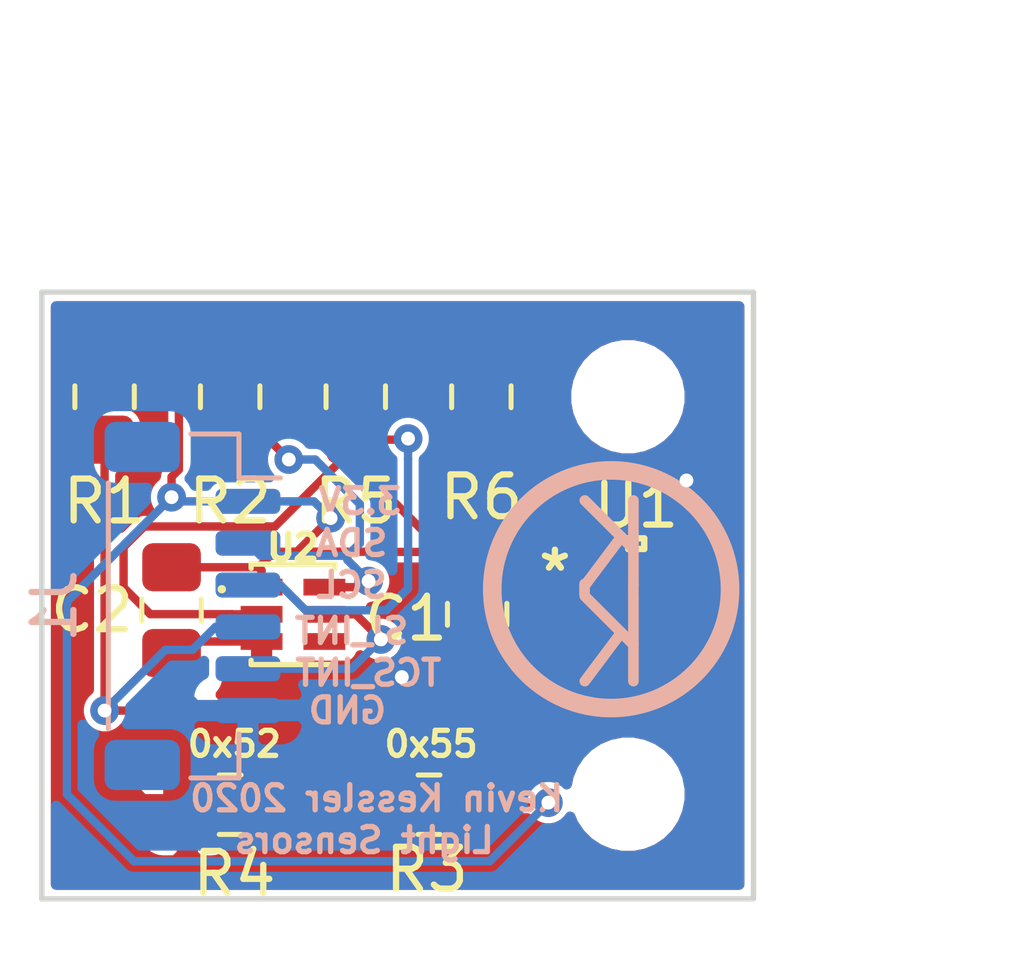
<source format=kicad_pcb>
(kicad_pcb (version 20171130) (host pcbnew 5.1.5+dfsg1-2build2)

  (general
    (thickness 1.6)
    (drawings 14)
    (tracks 129)
    (zones 0)
    (modules 14)
    (nets 11)
  )

  (page A4)
  (layers
    (0 F.Cu signal)
    (31 B.Cu signal)
    (32 B.Adhes user)
    (33 F.Adhes user)
    (34 B.Paste user)
    (35 F.Paste user)
    (36 B.SilkS user)
    (37 F.SilkS user)
    (38 B.Mask user)
    (39 F.Mask user)
    (40 Dwgs.User user)
    (41 Cmts.User user)
    (42 Eco1.User user)
    (43 Eco2.User user)
    (44 Edge.Cuts user)
    (45 Margin user)
    (46 B.CrtYd user)
    (47 F.CrtYd user)
    (48 B.Fab user)
    (49 F.Fab user)
  )

  (setup
    (last_trace_width 0.2)
    (user_trace_width 0.1524)
    (user_trace_width 0.2)
    (user_trace_width 0.25)
    (user_trace_width 0.3)
    (user_trace_width 0.4)
    (user_trace_width 0.5)
    (user_trace_width 0.6)
    (user_trace_width 0.8)
    (user_trace_width 1)
    (user_trace_width 1.2)
    (user_trace_width 1.5)
    (user_trace_width 2)
    (trace_clearance 0.254)
    (zone_clearance 0.1524)
    (zone_45_only no)
    (trace_min 0.1524)
    (via_size 0.6858)
    (via_drill 0.3302)
    (via_min_size 0.6858)
    (via_min_drill 0.3302)
    (uvia_size 0.6858)
    (uvia_drill 0.3302)
    (uvias_allowed no)
    (uvia_min_size 0.508)
    (uvia_min_drill 0.127)
    (edge_width 0.127)
    (segment_width 0.127)
    (pcb_text_width 0.127)
    (pcb_text_size 0.6 0.6)
    (mod_edge_width 0.127)
    (mod_text_size 0.6 0.6)
    (mod_text_width 0.127)
    (pad_size 1.524 1.524)
    (pad_drill 0.762)
    (pad_to_mask_clearance 0.0508)
    (solder_mask_min_width 0.1016)
    (pad_to_paste_clearance 0.0508)
    (aux_axis_origin 0 0)
    (visible_elements FFFFFF7F)
    (pcbplotparams
      (layerselection 0x3ffff_80000001)
      (usegerberextensions true)
      (usegerberattributes true)
      (usegerberadvancedattributes false)
      (creategerberjobfile false)
      (excludeedgelayer true)
      (linewidth 0.127000)
      (plotframeref false)
      (viasonmask false)
      (mode 1)
      (useauxorigin false)
      (hpglpennumber 1)
      (hpglpenspeed 20)
      (hpglpendiameter 15.000000)
      (psnegative false)
      (psa4output false)
      (plotreference true)
      (plotvalue true)
      (plotinvisibletext false)
      (padsonsilk false)
      (subtractmaskfromsilk false)
      (outputformat 1)
      (mirror false)
      (drillshape 0)
      (scaleselection 1)
      (outputdirectory "CAM/"))
  )

  (net 0 "")
  (net 1 +3V3)
  (net 2 GND)
  (net 3 /SDA)
  (net 4 /SCL)
  (net 5 /SI_INT)
  (net 6 /TCS_INT)
  (net 7 "Net-(R3-Pad2)")
  (net 8 "Net-(R6-Pad2)")
  (net 9 "Net-(U1-Pad10)")
  (net 10 "Net-(U1-Pad5)")

  (net_class Default "Dit is de standaard class."
    (clearance 0.254)
    (trace_width 0.254)
    (via_dia 0.6858)
    (via_drill 0.3302)
    (uvia_dia 0.6858)
    (uvia_drill 0.3302)
  )

  (net_class 0.2mm ""
    (clearance 0.2)
    (trace_width 0.2)
    (via_dia 0.6858)
    (via_drill 0.3302)
    (uvia_dia 0.6858)
    (uvia_drill 0.3302)
  )

  (net_class Minimal ""
    (clearance 0.1524)
    (trace_width 0.1524)
    (via_dia 0.6858)
    (via_drill 0.3302)
    (uvia_dia 0.6858)
    (uvia_drill 0.3302)
    (add_net +3V3)
    (add_net /SCL)
    (add_net /SDA)
    (add_net /SI_INT)
    (add_net /TCS_INT)
    (add_net GND)
    (add_net "Net-(R3-Pad2)")
    (add_net "Net-(R6-Pad2)")
    (add_net "Net-(U1-Pad10)")
    (add_net "Net-(U1-Pad5)")
  )

  (module KevinLib:LogoBack (layer F.Cu) (tedit 5955D856) (tstamp 5F727540)
    (at 170.1 106.1)
    (fp_text reference REF** (at 0 5.207) (layer F.SilkS) hide
      (effects (font (size 1 1) (thickness 0.15)))
    )
    (fp_text value LogoBack (at 0 -4.318) (layer F.Fab) hide
      (effects (font (size 1 1) (thickness 0.15)))
    )
    (fp_text user K (at 0 1.27) (layer B.SilkS)
      (effects (font (size 2.032 2.032) (thickness 0.254)) (justify mirror))
    )
    (fp_text user K (at 0 -1.016) (layer B.SilkS)
      (effects (font (size 2.032 2.032) (thickness 0.254)) (justify mirror))
    )
    (fp_circle (center 0 0) (end 2.54 -1.27) (layer B.SilkS) (width 0.4445))
    (fp_line (start 0.531 -0.127) (end 0.531 0.127) (layer B.SilkS) (width 0.254))
    (fp_line (start -0.635 -0.127) (end -0.635 0.127) (layer B.SilkS) (width 0.254))
  )

  (module KevinLib:SI1133-AA00-GMR (layer F.Cu) (tedit 5F722925) (tstamp 5F724C12)
    (at 170.7 106.7)
    (path /5F71E943)
    (fp_text reference U1 (at 0 -2.6) (layer F.SilkS)
      (effects (font (size 1 1) (thickness 0.15)))
    )
    (fp_text value 10QFN_2X2_SIL (at 0 0) (layer F.SilkS) hide
      (effects (font (size 1 1) (thickness 0.15)))
    )
    (fp_text user "Copyright 2016 Accelerated Designs. All rights reserved." (at 0 0) (layer Cmts.User)
      (effects (font (size 0.127 0.127) (thickness 0.002)))
    )
    (fp_text user * (at -0.5969 -1) (layer F.Fab)
      (effects (font (size 1 1) (thickness 0.15)))
    )
    (fp_text user * (at -0.5969 -1) (layer F.Fab)
      (effects (font (size 1 1) (thickness 0.15)))
    )
    (fp_text user * (at -1.9431 -1) (layer F.SilkS)
      (effects (font (size 1 1) (thickness 0.15)))
    )
    (fp_text user * (at -0.5969 -1) (layer F.Fab)
      (effects (font (size 1 1) (thickness 0.15)))
    )
    (fp_line (start -1.0033 0.2667) (end 0.2667 -1.0033) (layer F.Fab) (width 0.1524))
    (fp_line (start -0.1524 -1.0033) (end 0.1524 -1.0033) (layer F.Fab) (width 0.1524))
    (fp_line (start 0.1524 -1.0033) (end 0.1524 -1.0033) (layer F.Fab) (width 0.1524))
    (fp_line (start 0.1524 -1.0033) (end -0.1524 -1.0033) (layer F.Fab) (width 0.1524))
    (fp_line (start -0.1524 -1.0033) (end -0.1524 -1.0033) (layer F.Fab) (width 0.1524))
    (fp_line (start -1.0033 -0.5976) (end -1.0033 -0.9024) (layer F.Fab) (width 0.1524))
    (fp_line (start -1.0033 -0.9024) (end -1.0033 -0.9024) (layer F.Fab) (width 0.1524))
    (fp_line (start -1.0033 -0.9024) (end -1.0033 -0.5976) (layer F.Fab) (width 0.1524))
    (fp_line (start -1.0033 -0.5976) (end -1.0033 -0.5976) (layer F.Fab) (width 0.1524))
    (fp_line (start -1.0033 -0.0976) (end -1.0033 -0.4024) (layer F.Fab) (width 0.1524))
    (fp_line (start -1.0033 -0.4024) (end -1.0033 -0.4024) (layer F.Fab) (width 0.1524))
    (fp_line (start -1.0033 -0.4024) (end -1.0033 -0.0976) (layer F.Fab) (width 0.1524))
    (fp_line (start -1.0033 -0.0976) (end -1.0033 -0.0976) (layer F.Fab) (width 0.1524))
    (fp_line (start -1.0033 0.4024) (end -1.0033 0.0976) (layer F.Fab) (width 0.1524))
    (fp_line (start -1.0033 0.0976) (end -1.0033 0.0976) (layer F.Fab) (width 0.1524))
    (fp_line (start -1.0033 0.0976) (end -1.0033 0.4024) (layer F.Fab) (width 0.1524))
    (fp_line (start -1.0033 0.4024) (end -1.0033 0.4024) (layer F.Fab) (width 0.1524))
    (fp_line (start -1.0033 0.9024) (end -1.0033 0.5976) (layer F.Fab) (width 0.1524))
    (fp_line (start -1.0033 0.5976) (end -1.0033 0.5976) (layer F.Fab) (width 0.1524))
    (fp_line (start -1.0033 0.5976) (end -1.0033 0.9024) (layer F.Fab) (width 0.1524))
    (fp_line (start -1.0033 0.9024) (end -1.0033 0.9024) (layer F.Fab) (width 0.1524))
    (fp_line (start 0.1524 1.0033) (end -0.1524 1.0033) (layer F.Fab) (width 0.1524))
    (fp_line (start -0.1524 1.0033) (end -0.1524 1.0033) (layer F.Fab) (width 0.1524))
    (fp_line (start -0.1524 1.0033) (end 0.1524 1.0033) (layer F.Fab) (width 0.1524))
    (fp_line (start 0.1524 1.0033) (end 0.1524 1.0033) (layer F.Fab) (width 0.1524))
    (fp_line (start 1.0033 0.5976) (end 1.0033 0.9024) (layer F.Fab) (width 0.1524))
    (fp_line (start 1.0033 0.9024) (end 1.0033 0.9024) (layer F.Fab) (width 0.1524))
    (fp_line (start 1.0033 0.9024) (end 1.0033 0.5976) (layer F.Fab) (width 0.1524))
    (fp_line (start 1.0033 0.5976) (end 1.0033 0.5976) (layer F.Fab) (width 0.1524))
    (fp_line (start 1.0033 0.0976) (end 1.0033 0.4024) (layer F.Fab) (width 0.1524))
    (fp_line (start 1.0033 0.4024) (end 1.0033 0.4024) (layer F.Fab) (width 0.1524))
    (fp_line (start 1.0033 0.4024) (end 1.0033 0.0976) (layer F.Fab) (width 0.1524))
    (fp_line (start 1.0033 0.0976) (end 1.0033 0.0976) (layer F.Fab) (width 0.1524))
    (fp_line (start 1.0033 -0.4024) (end 1.0033 -0.0976) (layer F.Fab) (width 0.1524))
    (fp_line (start 1.0033 -0.0976) (end 1.0033 -0.0976) (layer F.Fab) (width 0.1524))
    (fp_line (start 1.0033 -0.0976) (end 1.0033 -0.4024) (layer F.Fab) (width 0.1524))
    (fp_line (start 1.0033 -0.4024) (end 1.0033 -0.4024) (layer F.Fab) (width 0.1524))
    (fp_line (start 1.0033 -0.9024) (end 1.0033 -0.5976) (layer F.Fab) (width 0.1524))
    (fp_line (start 1.0033 -0.5976) (end 1.0033 -0.5976) (layer F.Fab) (width 0.1524))
    (fp_line (start 1.0033 -0.5976) (end 1.0033 -0.9024) (layer F.Fab) (width 0.1524))
    (fp_line (start 1.0033 -0.9024) (end 1.0033 -0.9024) (layer F.Fab) (width 0.1524))
    (fp_line (start -1.0033 1.0033) (end 1.0033 1.0033) (layer F.Fab) (width 0.1524))
    (fp_line (start 1.0033 1.0033) (end 1.0033 1.0033) (layer F.Fab) (width 0.1524))
    (fp_line (start 1.0033 1.0033) (end 1.0033 -1.0033) (layer F.Fab) (width 0.1524))
    (fp_line (start 1.0033 -1.0033) (end 1.0033 -1.0033) (layer F.Fab) (width 0.1524))
    (fp_line (start 1.0033 -1.0033) (end -1.0033 -1.0033) (layer F.Fab) (width 0.1524))
    (fp_line (start -1.0033 -1.0033) (end -1.0033 -1.0033) (layer F.Fab) (width 0.1524))
    (fp_line (start -1.0033 -1.0033) (end -1.0033 1.0033) (layer F.Fab) (width 0.1524))
    (fp_line (start -1.0033 1.0033) (end -1.0033 1.0033) (layer F.Fab) (width 0.1524))
    (fp_line (start -0.1905 -1.5621) (end -0.1905 -1.8161) (layer F.SilkS) (width 0.1524))
    (fp_line (start -0.1905 -1.8161) (end 0.1905 -1.8161) (layer F.SilkS) (width 0.1524))
    (fp_line (start 0.1905 -1.8161) (end 0.1905 -1.5621) (layer F.SilkS) (width 0.1524))
    (fp_line (start 0.1905 -1.5621) (end -0.1905 -1.5621) (layer F.SilkS) (width 0.1524))
    (fp_line (start -1.2573 1.2573) (end -1.2573 1.131) (layer F.CrtYd) (width 0.1524))
    (fp_line (start -1.2573 1.131) (end -1.5621 1.131) (layer F.CrtYd) (width 0.1524))
    (fp_line (start -1.5621 1.131) (end -1.5621 -1.131) (layer F.CrtYd) (width 0.1524))
    (fp_line (start -1.5621 -1.131) (end -1.2573 -1.131) (layer F.CrtYd) (width 0.1524))
    (fp_line (start -1.2573 -1.131) (end -1.2573 -1.2573) (layer F.CrtYd) (width 0.1524))
    (fp_line (start -1.2573 -1.2573) (end -0.381 -1.2573) (layer F.CrtYd) (width 0.1524))
    (fp_line (start -0.381 -1.2573) (end -0.381 -1.5621) (layer F.CrtYd) (width 0.1524))
    (fp_line (start -0.381 -1.5621) (end 0.381 -1.5621) (layer F.CrtYd) (width 0.1524))
    (fp_line (start 0.381 -1.5621) (end 0.381 -1.2573) (layer F.CrtYd) (width 0.1524))
    (fp_line (start 0.381 -1.2573) (end 1.2573 -1.2573) (layer F.CrtYd) (width 0.1524))
    (fp_line (start 1.2573 -1.2573) (end 1.2573 -1.131) (layer F.CrtYd) (width 0.1524))
    (fp_line (start 1.2573 -1.131) (end 1.5621 -1.131) (layer F.CrtYd) (width 0.1524))
    (fp_line (start 1.5621 -1.131) (end 1.5621 1.131) (layer F.CrtYd) (width 0.1524))
    (fp_line (start 1.5621 1.131) (end 1.2573 1.131) (layer F.CrtYd) (width 0.1524))
    (fp_line (start 1.2573 1.131) (end 1.2573 1.2573) (layer F.CrtYd) (width 0.1524))
    (fp_line (start 1.2573 1.2573) (end 0.381 1.2573) (layer F.CrtYd) (width 0.1524))
    (fp_line (start 0.381 1.2573) (end 0.381 1.5621) (layer F.CrtYd) (width 0.1524))
    (fp_line (start 0.381 1.5621) (end -0.381 1.5621) (layer F.CrtYd) (width 0.1524))
    (fp_line (start -0.381 1.5621) (end -0.381 1.2573) (layer F.CrtYd) (width 0.1524))
    (fp_line (start -0.381 1.2573) (end -1.2573 1.2573) (layer F.CrtYd) (width 0.1524))
    (pad 1 smd rect (at -0.9525 -0.750001 90) (size 0.254 0.7112) (layers F.Cu F.Paste F.Mask)
      (net 3 /SDA))
    (pad 2 smd rect (at -0.9525 -0.25 90) (size 0.254 0.7112) (layers F.Cu F.Paste F.Mask)
      (net 4 /SCL))
    (pad 3 smd rect (at -0.9525 0.25 90) (size 0.254 0.7112) (layers F.Cu F.Paste F.Mask)
      (net 1 +3V3))
    (pad 4 smd rect (at -0.9525 0.750001 90) (size 0.254 0.7112) (layers F.Cu F.Paste F.Mask)
      (net 5 /SI_INT))
    (pad 5 smd rect (at 0 0.9525) (size 0.254 0.7112) (layers Dwgs.User)
      (net 10 "Net-(U1-Pad5)"))
    (pad 6 smd rect (at 0.9525 0.750001 90) (size 0.254 0.7112) (layers F.Cu F.Paste F.Mask)
      (net 7 "Net-(R3-Pad2)"))
    (pad 7 smd rect (at 0.9525 0.25 90) (size 0.254 0.7112) (layers F.Cu F.Paste F.Mask)
      (net 8 "Net-(R6-Pad2)"))
    (pad 8 smd rect (at 0.9525 -0.25 90) (size 0.254 0.7112) (layers F.Cu F.Paste F.Mask)
      (net 2 GND))
    (pad 9 smd rect (at 0.9525 -0.750001 90) (size 0.254 0.7112) (layers F.Cu F.Paste F.Mask)
      (net 8 "Net-(R6-Pad2)"))
    (pad 10 smd rect (at 0 -0.9525) (size 0.254 0.7112) (layers Dwgs.User)
      (net 9 "Net-(U1-Pad10)"))
  )

  (module MountingHole:MountingHole_2.2mm_M2 (layer F.Cu) (tedit 56D1B4CB) (tstamp 5F72598E)
    (at 170.5 111)
    (descr "Mounting Hole 2.2mm, no annular, M2")
    (tags "mounting hole 2.2mm no annular m2")
    (attr virtual)
    (fp_text reference REF** (at 0 -3.2) (layer F.SilkS) hide
      (effects (font (size 1 1) (thickness 0.15)))
    )
    (fp_text value MountingHole_2.2mm_M2 (at 0 3.2) (layer F.Fab)
      (effects (font (size 1 1) (thickness 0.15)))
    )
    (fp_circle (center 0 0) (end 2.45 0) (layer F.CrtYd) (width 0.05))
    (fp_circle (center 0 0) (end 2.2 0) (layer Cmts.User) (width 0.15))
    (fp_text user %R (at 0.3 0) (layer F.Fab)
      (effects (font (size 1 1) (thickness 0.15)))
    )
    (pad 1 np_thru_hole circle (at 0 0) (size 2.2 2.2) (drill 2.2) (layers *.Cu *.Mask))
  )

  (module MountingHole:MountingHole_2.2mm_M2 (layer F.Cu) (tedit 56D1B4CB) (tstamp 5F725978)
    (at 170.5 101.5 270)
    (descr "Mounting Hole 2.2mm, no annular, M2")
    (tags "mounting hole 2.2mm no annular m2")
    (attr virtual)
    (fp_text reference REF** (at 0 -3.2 90) (layer F.SilkS) hide
      (effects (font (size 1 1) (thickness 0.15)))
    )
    (fp_text value MountingHole_2.2mm_M2 (at 0 3.2 90) (layer F.Fab)
      (effects (font (size 1 1) (thickness 0.15)))
    )
    (fp_circle (center 0 0) (end 2.45 0) (layer F.CrtYd) (width 0.05))
    (fp_circle (center 0 0) (end 2.2 0) (layer Cmts.User) (width 0.15))
    (fp_text user %R (at 0.3 0 90) (layer F.Fab)
      (effects (font (size 1 1) (thickness 0.15)))
    )
    (pad 1 np_thru_hole circle (at 0 0 270) (size 2.2 2.2) (drill 2.2) (layers *.Cu *.Mask))
  )

  (module Capacitor_SMD:C_0805_2012Metric_Pad1.15x1.40mm_HandSolder (layer F.Cu) (tedit 5B36C52B) (tstamp 5F724B0F)
    (at 166.9 106.7 270)
    (descr "Capacitor SMD 0805 (2012 Metric), square (rectangular) end terminal, IPC_7351 nominal with elongated pad for handsoldering. (Body size source: https://docs.google.com/spreadsheets/d/1BsfQQcO9C6DZCsRaXUlFlo91Tg2WpOkGARC1WS5S8t0/edit?usp=sharing), generated with kicad-footprint-generator")
    (tags "capacitor handsolder")
    (path /5F71FA8C)
    (attr smd)
    (fp_text reference C1 (at 0.1 1.7 180) (layer F.SilkS)
      (effects (font (size 1 1) (thickness 0.15)))
    )
    (fp_text value 100n (at 0 1.65 90) (layer F.Fab)
      (effects (font (size 1 1) (thickness 0.15)))
    )
    (fp_line (start -1 0.6) (end -1 -0.6) (layer F.Fab) (width 0.1))
    (fp_line (start -1 -0.6) (end 1 -0.6) (layer F.Fab) (width 0.1))
    (fp_line (start 1 -0.6) (end 1 0.6) (layer F.Fab) (width 0.1))
    (fp_line (start 1 0.6) (end -1 0.6) (layer F.Fab) (width 0.1))
    (fp_line (start -0.261252 -0.71) (end 0.261252 -0.71) (layer F.SilkS) (width 0.12))
    (fp_line (start -0.261252 0.71) (end 0.261252 0.71) (layer F.SilkS) (width 0.12))
    (fp_line (start -1.85 0.95) (end -1.85 -0.95) (layer F.CrtYd) (width 0.05))
    (fp_line (start -1.85 -0.95) (end 1.85 -0.95) (layer F.CrtYd) (width 0.05))
    (fp_line (start 1.85 -0.95) (end 1.85 0.95) (layer F.CrtYd) (width 0.05))
    (fp_line (start 1.85 0.95) (end -1.85 0.95) (layer F.CrtYd) (width 0.05))
    (fp_text user %R (at 0 0 90) (layer F.Fab)
      (effects (font (size 0.5 0.5) (thickness 0.08)))
    )
    (pad 1 smd roundrect (at -1.025 0 270) (size 1.15 1.4) (layers F.Cu F.Paste F.Mask) (roundrect_rratio 0.217391)
      (net 1 +3V3))
    (pad 2 smd roundrect (at 1.025 0 270) (size 1.15 1.4) (layers F.Cu F.Paste F.Mask) (roundrect_rratio 0.217391)
      (net 2 GND))
    (model ${KISYS3DMOD}/Capacitor_SMD.3dshapes/C_0805_2012Metric.wrl
      (at (xyz 0 0 0))
      (scale (xyz 1 1 1))
      (rotate (xyz 0 0 0))
    )
  )

  (module Capacitor_SMD:C_0805_2012Metric_Pad1.15x1.40mm_HandSolder (layer F.Cu) (tedit 5B36C52B) (tstamp 5F724B20)
    (at 159.6 106.6 270)
    (descr "Capacitor SMD 0805 (2012 Metric), square (rectangular) end terminal, IPC_7351 nominal with elongated pad for handsoldering. (Body size source: https://docs.google.com/spreadsheets/d/1BsfQQcO9C6DZCsRaXUlFlo91Tg2WpOkGARC1WS5S8t0/edit?usp=sharing), generated with kicad-footprint-generator")
    (tags "capacitor handsolder")
    (path /5F7203D9)
    (attr smd)
    (fp_text reference C2 (at 0 1.9 180) (layer F.SilkS)
      (effects (font (size 1 1) (thickness 0.15)))
    )
    (fp_text value 100n (at 0 1.65 90) (layer F.Fab)
      (effects (font (size 1 1) (thickness 0.15)))
    )
    (fp_text user %R (at 0 0 90) (layer F.Fab)
      (effects (font (size 0.5 0.5) (thickness 0.08)))
    )
    (fp_line (start 1.85 0.95) (end -1.85 0.95) (layer F.CrtYd) (width 0.05))
    (fp_line (start 1.85 -0.95) (end 1.85 0.95) (layer F.CrtYd) (width 0.05))
    (fp_line (start -1.85 -0.95) (end 1.85 -0.95) (layer F.CrtYd) (width 0.05))
    (fp_line (start -1.85 0.95) (end -1.85 -0.95) (layer F.CrtYd) (width 0.05))
    (fp_line (start -0.261252 0.71) (end 0.261252 0.71) (layer F.SilkS) (width 0.12))
    (fp_line (start -0.261252 -0.71) (end 0.261252 -0.71) (layer F.SilkS) (width 0.12))
    (fp_line (start 1 0.6) (end -1 0.6) (layer F.Fab) (width 0.1))
    (fp_line (start 1 -0.6) (end 1 0.6) (layer F.Fab) (width 0.1))
    (fp_line (start -1 -0.6) (end 1 -0.6) (layer F.Fab) (width 0.1))
    (fp_line (start -1 0.6) (end -1 -0.6) (layer F.Fab) (width 0.1))
    (pad 2 smd roundrect (at 1.025 0 270) (size 1.15 1.4) (layers F.Cu F.Paste F.Mask) (roundrect_rratio 0.217391)
      (net 2 GND))
    (pad 1 smd roundrect (at -1.025 0 270) (size 1.15 1.4) (layers F.Cu F.Paste F.Mask) (roundrect_rratio 0.217391)
      (net 1 +3V3))
    (model ${KISYS3DMOD}/Capacitor_SMD.3dshapes/C_0805_2012Metric.wrl
      (at (xyz 0 0 0))
      (scale (xyz 1 1 1))
      (rotate (xyz 0 0 0))
    )
  )

  (module Resistor_SMD:R_0805_2012Metric_Pad1.15x1.40mm_HandSolder (layer F.Cu) (tedit 5B36C52B) (tstamp 5F724B61)
    (at 158 101.5 270)
    (descr "Resistor SMD 0805 (2012 Metric), square (rectangular) end terminal, IPC_7351 nominal with elongated pad for handsoldering. (Body size source: https://docs.google.com/spreadsheets/d/1BsfQQcO9C6DZCsRaXUlFlo91Tg2WpOkGARC1WS5S8t0/edit?usp=sharing), generated with kicad-footprint-generator")
    (tags "resistor handsolder")
    (path /5F754C76)
    (attr smd)
    (fp_text reference R1 (at 2.5 0 180) (layer F.SilkS)
      (effects (font (size 1 1) (thickness 0.15)))
    )
    (fp_text value 4.7K (at 0 1.65 90) (layer F.Fab)
      (effects (font (size 1 1) (thickness 0.15)))
    )
    (fp_text user %R (at 0 0 90) (layer F.Fab)
      (effects (font (size 0.5 0.5) (thickness 0.08)))
    )
    (fp_line (start 1.85 0.95) (end -1.85 0.95) (layer F.CrtYd) (width 0.05))
    (fp_line (start 1.85 -0.95) (end 1.85 0.95) (layer F.CrtYd) (width 0.05))
    (fp_line (start -1.85 -0.95) (end 1.85 -0.95) (layer F.CrtYd) (width 0.05))
    (fp_line (start -1.85 0.95) (end -1.85 -0.95) (layer F.CrtYd) (width 0.05))
    (fp_line (start -0.261252 0.71) (end 0.261252 0.71) (layer F.SilkS) (width 0.12))
    (fp_line (start -0.261252 -0.71) (end 0.261252 -0.71) (layer F.SilkS) (width 0.12))
    (fp_line (start 1 0.6) (end -1 0.6) (layer F.Fab) (width 0.1))
    (fp_line (start 1 -0.6) (end 1 0.6) (layer F.Fab) (width 0.1))
    (fp_line (start -1 -0.6) (end 1 -0.6) (layer F.Fab) (width 0.1))
    (fp_line (start -1 0.6) (end -1 -0.6) (layer F.Fab) (width 0.1))
    (pad 2 smd roundrect (at 1.025 0 270) (size 1.15 1.4) (layers F.Cu F.Paste F.Mask) (roundrect_rratio 0.217391)
      (net 5 /SI_INT))
    (pad 1 smd roundrect (at -1.025 0 270) (size 1.15 1.4) (layers F.Cu F.Paste F.Mask) (roundrect_rratio 0.217391)
      (net 1 +3V3))
    (model ${KISYS3DMOD}/Resistor_SMD.3dshapes/R_0805_2012Metric.wrl
      (at (xyz 0 0 0))
      (scale (xyz 1 1 1))
      (rotate (xyz 0 0 0))
    )
  )

  (module Resistor_SMD:R_0805_2012Metric_Pad1.15x1.40mm_HandSolder (layer F.Cu) (tedit 5B36C52B) (tstamp 5F724B72)
    (at 161 101.5 270)
    (descr "Resistor SMD 0805 (2012 Metric), square (rectangular) end terminal, IPC_7351 nominal with elongated pad for handsoldering. (Body size source: https://docs.google.com/spreadsheets/d/1BsfQQcO9C6DZCsRaXUlFlo91Tg2WpOkGARC1WS5S8t0/edit?usp=sharing), generated with kicad-footprint-generator")
    (tags "resistor handsolder")
    (path /5F7211F7)
    (attr smd)
    (fp_text reference R2 (at 2.5 0 180) (layer F.SilkS)
      (effects (font (size 1 1) (thickness 0.15)))
    )
    (fp_text value 4.7K (at 0 1.65 90) (layer F.Fab)
      (effects (font (size 1 1) (thickness 0.15)))
    )
    (fp_line (start -1 0.6) (end -1 -0.6) (layer F.Fab) (width 0.1))
    (fp_line (start -1 -0.6) (end 1 -0.6) (layer F.Fab) (width 0.1))
    (fp_line (start 1 -0.6) (end 1 0.6) (layer F.Fab) (width 0.1))
    (fp_line (start 1 0.6) (end -1 0.6) (layer F.Fab) (width 0.1))
    (fp_line (start -0.261252 -0.71) (end 0.261252 -0.71) (layer F.SilkS) (width 0.12))
    (fp_line (start -0.261252 0.71) (end 0.261252 0.71) (layer F.SilkS) (width 0.12))
    (fp_line (start -1.85 0.95) (end -1.85 -0.95) (layer F.CrtYd) (width 0.05))
    (fp_line (start -1.85 -0.95) (end 1.85 -0.95) (layer F.CrtYd) (width 0.05))
    (fp_line (start 1.85 -0.95) (end 1.85 0.95) (layer F.CrtYd) (width 0.05))
    (fp_line (start 1.85 0.95) (end -1.85 0.95) (layer F.CrtYd) (width 0.05))
    (fp_text user %R (at 0 0 90) (layer F.Fab)
      (effects (font (size 0.5 0.5) (thickness 0.08)))
    )
    (pad 1 smd roundrect (at -1.025 0 270) (size 1.15 1.4) (layers F.Cu F.Paste F.Mask) (roundrect_rratio 0.217391)
      (net 1 +3V3))
    (pad 2 smd roundrect (at 1.025 0 270) (size 1.15 1.4) (layers F.Cu F.Paste F.Mask) (roundrect_rratio 0.217391)
      (net 3 /SDA))
    (model ${KISYS3DMOD}/Resistor_SMD.3dshapes/R_0805_2012Metric.wrl
      (at (xyz 0 0 0))
      (scale (xyz 1 1 1))
      (rotate (xyz 0 0 0))
    )
  )

  (module Resistor_SMD:R_0805_2012Metric_Pad1.15x1.40mm_HandSolder (layer F.Cu) (tedit 5B36C52B) (tstamp 5F724B83)
    (at 165.75 111.25 180)
    (descr "Resistor SMD 0805 (2012 Metric), square (rectangular) end terminal, IPC_7351 nominal with elongated pad for handsoldering. (Body size source: https://docs.google.com/spreadsheets/d/1BsfQQcO9C6DZCsRaXUlFlo91Tg2WpOkGARC1WS5S8t0/edit?usp=sharing), generated with kicad-footprint-generator")
    (tags "resistor handsolder")
    (path /5F72AEBC)
    (attr smd)
    (fp_text reference R3 (at 0.05 -1.55) (layer F.SilkS)
      (effects (font (size 1 1) (thickness 0.15)))
    )
    (fp_text value 0 (at 0 1.65) (layer F.Fab) hide
      (effects (font (size 1 1) (thickness 0.15)))
    )
    (fp_line (start -1 0.6) (end -1 -0.6) (layer F.Fab) (width 0.1))
    (fp_line (start -1 -0.6) (end 1 -0.6) (layer F.Fab) (width 0.1))
    (fp_line (start 1 -0.6) (end 1 0.6) (layer F.Fab) (width 0.1))
    (fp_line (start 1 0.6) (end -1 0.6) (layer F.Fab) (width 0.1))
    (fp_line (start -0.261252 -0.71) (end 0.261252 -0.71) (layer F.SilkS) (width 0.12))
    (fp_line (start -0.261252 0.71) (end 0.261252 0.71) (layer F.SilkS) (width 0.12))
    (fp_line (start -1.85 0.95) (end -1.85 -0.95) (layer F.CrtYd) (width 0.05))
    (fp_line (start -1.85 -0.95) (end 1.85 -0.95) (layer F.CrtYd) (width 0.05))
    (fp_line (start 1.85 -0.95) (end 1.85 0.95) (layer F.CrtYd) (width 0.05))
    (fp_line (start 1.85 0.95) (end -1.85 0.95) (layer F.CrtYd) (width 0.05))
    (fp_text user %R (at 0 0) (layer F.Fab)
      (effects (font (size 0.5 0.5) (thickness 0.08)))
    )
    (pad 1 smd roundrect (at -1.025 0 180) (size 1.15 1.4) (layers F.Cu F.Paste F.Mask) (roundrect_rratio 0.217391)
      (net 1 +3V3))
    (pad 2 smd roundrect (at 1.025 0 180) (size 1.15 1.4) (layers F.Cu F.Paste F.Mask) (roundrect_rratio 0.217391)
      (net 7 "Net-(R3-Pad2)"))
    (model ${KISYS3DMOD}/Resistor_SMD.3dshapes/R_0805_2012Metric.wrl
      (at (xyz 0 0 0))
      (scale (xyz 1 1 1))
      (rotate (xyz 0 0 0))
    )
  )

  (module Resistor_SMD:R_0805_2012Metric_Pad1.15x1.40mm_HandSolder (layer F.Cu) (tedit 5B36C52B) (tstamp 5F724B94)
    (at 161 111.25 180)
    (descr "Resistor SMD 0805 (2012 Metric), square (rectangular) end terminal, IPC_7351 nominal with elongated pad for handsoldering. (Body size source: https://docs.google.com/spreadsheets/d/1BsfQQcO9C6DZCsRaXUlFlo91Tg2WpOkGARC1WS5S8t0/edit?usp=sharing), generated with kicad-footprint-generator")
    (tags "resistor handsolder")
    (path /5F72AB45)
    (attr smd)
    (fp_text reference R4 (at -0.1 -1.65) (layer F.SilkS)
      (effects (font (size 1 1) (thickness 0.15)))
    )
    (fp_text value 0 (at 0 1.65) (layer F.Fab) hide
      (effects (font (size 1 1) (thickness 0.15)))
    )
    (fp_text user %R (at 0 0) (layer F.Fab)
      (effects (font (size 0.5 0.5) (thickness 0.08)))
    )
    (fp_line (start 1.85 0.95) (end -1.85 0.95) (layer F.CrtYd) (width 0.05))
    (fp_line (start 1.85 -0.95) (end 1.85 0.95) (layer F.CrtYd) (width 0.05))
    (fp_line (start -1.85 -0.95) (end 1.85 -0.95) (layer F.CrtYd) (width 0.05))
    (fp_line (start -1.85 0.95) (end -1.85 -0.95) (layer F.CrtYd) (width 0.05))
    (fp_line (start -0.261252 0.71) (end 0.261252 0.71) (layer F.SilkS) (width 0.12))
    (fp_line (start -0.261252 -0.71) (end 0.261252 -0.71) (layer F.SilkS) (width 0.12))
    (fp_line (start 1 0.6) (end -1 0.6) (layer F.Fab) (width 0.1))
    (fp_line (start 1 -0.6) (end 1 0.6) (layer F.Fab) (width 0.1))
    (fp_line (start -1 -0.6) (end 1 -0.6) (layer F.Fab) (width 0.1))
    (fp_line (start -1 0.6) (end -1 -0.6) (layer F.Fab) (width 0.1))
    (pad 2 smd roundrect (at 1.025 0 180) (size 1.15 1.4) (layers F.Cu F.Paste F.Mask) (roundrect_rratio 0.217391)
      (net 2 GND))
    (pad 1 smd roundrect (at -1.025 0 180) (size 1.15 1.4) (layers F.Cu F.Paste F.Mask) (roundrect_rratio 0.217391)
      (net 7 "Net-(R3-Pad2)"))
    (model ${KISYS3DMOD}/Resistor_SMD.3dshapes/R_0805_2012Metric.wrl
      (at (xyz 0 0 0))
      (scale (xyz 1 1 1))
      (rotate (xyz 0 0 0))
    )
  )

  (module Resistor_SMD:R_0805_2012Metric_Pad1.15x1.40mm_HandSolder (layer F.Cu) (tedit 5B36C52B) (tstamp 5F724BA5)
    (at 164 101.5 270)
    (descr "Resistor SMD 0805 (2012 Metric), square (rectangular) end terminal, IPC_7351 nominal with elongated pad for handsoldering. (Body size source: https://docs.google.com/spreadsheets/d/1BsfQQcO9C6DZCsRaXUlFlo91Tg2WpOkGARC1WS5S8t0/edit?usp=sharing), generated with kicad-footprint-generator")
    (tags "resistor handsolder")
    (path /5F72174B)
    (attr smd)
    (fp_text reference R5 (at 2.5 0 180) (layer F.SilkS)
      (effects (font (size 1 1) (thickness 0.15)))
    )
    (fp_text value 4.7K (at 0 1.65 90) (layer F.Fab)
      (effects (font (size 1 1) (thickness 0.15)))
    )
    (fp_text user %R (at 0 0 90) (layer F.Fab)
      (effects (font (size 0.5 0.5) (thickness 0.08)))
    )
    (fp_line (start 1.85 0.95) (end -1.85 0.95) (layer F.CrtYd) (width 0.05))
    (fp_line (start 1.85 -0.95) (end 1.85 0.95) (layer F.CrtYd) (width 0.05))
    (fp_line (start -1.85 -0.95) (end 1.85 -0.95) (layer F.CrtYd) (width 0.05))
    (fp_line (start -1.85 0.95) (end -1.85 -0.95) (layer F.CrtYd) (width 0.05))
    (fp_line (start -0.261252 0.71) (end 0.261252 0.71) (layer F.SilkS) (width 0.12))
    (fp_line (start -0.261252 -0.71) (end 0.261252 -0.71) (layer F.SilkS) (width 0.12))
    (fp_line (start 1 0.6) (end -1 0.6) (layer F.Fab) (width 0.1))
    (fp_line (start 1 -0.6) (end 1 0.6) (layer F.Fab) (width 0.1))
    (fp_line (start -1 -0.6) (end 1 -0.6) (layer F.Fab) (width 0.1))
    (fp_line (start -1 0.6) (end -1 -0.6) (layer F.Fab) (width 0.1))
    (pad 2 smd roundrect (at 1.025 0 270) (size 1.15 1.4) (layers F.Cu F.Paste F.Mask) (roundrect_rratio 0.217391)
      (net 4 /SCL))
    (pad 1 smd roundrect (at -1.025 0 270) (size 1.15 1.4) (layers F.Cu F.Paste F.Mask) (roundrect_rratio 0.217391)
      (net 1 +3V3))
    (model ${KISYS3DMOD}/Resistor_SMD.3dshapes/R_0805_2012Metric.wrl
      (at (xyz 0 0 0))
      (scale (xyz 1 1 1))
      (rotate (xyz 0 0 0))
    )
  )

  (module Resistor_SMD:R_0805_2012Metric_Pad1.15x1.40mm_HandSolder (layer F.Cu) (tedit 5B36C52B) (tstamp 5F724BB6)
    (at 167 101.5 270)
    (descr "Resistor SMD 0805 (2012 Metric), square (rectangular) end terminal, IPC_7351 nominal with elongated pad for handsoldering. (Body size source: https://docs.google.com/spreadsheets/d/1BsfQQcO9C6DZCsRaXUlFlo91Tg2WpOkGARC1WS5S8t0/edit?usp=sharing), generated with kicad-footprint-generator")
    (tags "resistor handsolder")
    (path /5F723E2A)
    (attr smd)
    (fp_text reference R6 (at 2.4 0 180) (layer F.SilkS)
      (effects (font (size 1 1) (thickness 0.15)))
    )
    (fp_text value 10K (at 0 1.65 90) (layer F.Fab)
      (effects (font (size 1 1) (thickness 0.15)))
    )
    (fp_line (start -1 0.6) (end -1 -0.6) (layer F.Fab) (width 0.1))
    (fp_line (start -1 -0.6) (end 1 -0.6) (layer F.Fab) (width 0.1))
    (fp_line (start 1 -0.6) (end 1 0.6) (layer F.Fab) (width 0.1))
    (fp_line (start 1 0.6) (end -1 0.6) (layer F.Fab) (width 0.1))
    (fp_line (start -0.261252 -0.71) (end 0.261252 -0.71) (layer F.SilkS) (width 0.12))
    (fp_line (start -0.261252 0.71) (end 0.261252 0.71) (layer F.SilkS) (width 0.12))
    (fp_line (start -1.85 0.95) (end -1.85 -0.95) (layer F.CrtYd) (width 0.05))
    (fp_line (start -1.85 -0.95) (end 1.85 -0.95) (layer F.CrtYd) (width 0.05))
    (fp_line (start 1.85 -0.95) (end 1.85 0.95) (layer F.CrtYd) (width 0.05))
    (fp_line (start 1.85 0.95) (end -1.85 0.95) (layer F.CrtYd) (width 0.05))
    (fp_text user %R (at 0 0 90) (layer F.Fab)
      (effects (font (size 0.5 0.5) (thickness 0.08)))
    )
    (pad 1 smd roundrect (at -1.025 0 270) (size 1.15 1.4) (layers F.Cu F.Paste F.Mask) (roundrect_rratio 0.217391)
      (net 1 +3V3))
    (pad 2 smd roundrect (at 1.025 0 270) (size 1.15 1.4) (layers F.Cu F.Paste F.Mask) (roundrect_rratio 0.217391)
      (net 8 "Net-(R6-Pad2)"))
    (model ${KISYS3DMOD}/Resistor_SMD.3dshapes/R_0805_2012Metric.wrl
      (at (xyz 0 0 0))
      (scale (xyz 1 1 1))
      (rotate (xyz 0 0 0))
    )
  )

  (module KevinLib:SON65P200X240X70-6N (layer F.Cu) (tedit 5F70D4BE) (tstamp 5F724C2C)
    (at 162.5 106.7)
    (path /5F71F248)
    (fp_text reference U2 (at 0 -1.6) (layer F.SilkS)
      (effects (font (size 0.6 0.6) (thickness 0.15)))
    )
    (fp_text value TCS34725FN (at 4.294048 2.056163) (layer F.Fab)
      (effects (font (size 0.480319 0.480319) (thickness 0.015)))
    )
    (fp_circle (center -0.45 -0.6) (end -0.4 -0.6) (layer F.Fab) (width 0.1))
    (fp_line (start -1.5 1.45) (end -1.5 -1.45) (layer F.CrtYd) (width 0.05))
    (fp_line (start 1.5 1.45) (end -1.5 1.45) (layer F.CrtYd) (width 0.05))
    (fp_line (start 1.5 -1.45) (end 1.5 1.45) (layer F.CrtYd) (width 0.05))
    (fp_line (start -1.5 -1.45) (end 1.5 -1.45) (layer F.CrtYd) (width 0.05))
    (fp_circle (center -1.7 -0.6) (end -1.65 -0.6) (layer F.SilkS) (width 0.1))
    (fp_line (start -1 1.2) (end -1 1.1) (layer F.SilkS) (width 0.127))
    (fp_line (start 1 1.2) (end -1 1.2) (layer F.SilkS) (width 0.127))
    (fp_line (start 1 1.1) (end 1 1.2) (layer F.SilkS) (width 0.127))
    (fp_line (start 1 -1.2) (end 1 -1.1) (layer F.SilkS) (width 0.127))
    (fp_line (start -1 -1.2) (end 1 -1.2) (layer F.SilkS) (width 0.127))
    (fp_line (start -1 -1.1) (end -1 -1.2) (layer F.SilkS) (width 0.127))
    (fp_line (start -1 1.2) (end -1 -1.2) (layer F.Fab) (width 0.127))
    (fp_line (start 1 1.2) (end -1 1.2) (layer F.Fab) (width 0.127))
    (fp_line (start 1 -1.2) (end 1 1.2) (layer F.Fab) (width 0.127))
    (fp_line (start -1 -1.2) (end 1 -1.2) (layer F.Fab) (width 0.127))
    (pad 5 smd rect (at 0.75 0) (size 1 0.4) (layers F.Cu F.Paste F.Mask)
      (net 6 /TCS_INT))
    (pad 4 smd rect (at 0.75 0.65) (size 1 0.4) (layers F.Cu F.Paste F.Mask))
    (pad 6 smd rect (at 0.75 -0.65) (size 1 0.4) (layers F.Cu F.Paste F.Mask)
      (net 3 /SDA))
    (pad 3 smd rect (at -0.75 0.65) (size 1 0.4) (layers F.Cu F.Paste F.Mask)
      (net 2 GND))
    (pad 2 smd rect (at -0.75 0) (size 1 0.4) (layers F.Cu F.Paste F.Mask)
      (net 4 /SCL))
    (pad 1 smd rect (at -0.75 -0.65) (size 1 0.4) (layers F.Cu F.Paste F.Mask)
      (net 1 +3V3))
  )

  (module Connector_JST:JST_SH_BM06B-SRSS-TB_1x06-1MP_P1.00mm_Vertical (layer B.Cu) (tedit 5B78AD87) (tstamp 5F72607D)
    (at 160.1 106.5 270)
    (descr "JST SH series connector, BM06B-SRSS-TB (http://www.jst-mfg.com/product/pdf/eng/eSH.pdf), generated with kicad-footprint-generator")
    (tags "connector JST SH side entry")
    (path /5F7243E8)
    (attr smd)
    (fp_text reference J1 (at 0 3.3 90) (layer B.SilkS)
      (effects (font (size 1 1) (thickness 0.15)) (justify mirror))
    )
    (fp_text value Conn_01x06_Male (at 0 -3.3 90) (layer B.Fab)
      (effects (font (size 1 1) (thickness 0.15)) (justify mirror))
    )
    (fp_line (start -4 -1) (end 4 -1) (layer B.Fab) (width 0.1))
    (fp_line (start -4.11 0.04) (end -4.11 -1.11) (layer B.SilkS) (width 0.12))
    (fp_line (start -4.11 -1.11) (end -3.06 -1.11) (layer B.SilkS) (width 0.12))
    (fp_line (start -3.06 -1.11) (end -3.06 -2.1) (layer B.SilkS) (width 0.12))
    (fp_line (start 4.11 0.04) (end 4.11 -1.11) (layer B.SilkS) (width 0.12))
    (fp_line (start 4.11 -1.11) (end 3.06 -1.11) (layer B.SilkS) (width 0.12))
    (fp_line (start -2.94 2.01) (end 2.94 2.01) (layer B.SilkS) (width 0.12))
    (fp_line (start -4 1.9) (end 4 1.9) (layer B.Fab) (width 0.1))
    (fp_line (start -4 -1) (end -4 1.9) (layer B.Fab) (width 0.1))
    (fp_line (start 4 -1) (end 4 1.9) (layer B.Fab) (width 0.1))
    (fp_line (start -2.65 1.55) (end -2.65 0.95) (layer B.Fab) (width 0.1))
    (fp_line (start -2.65 0.95) (end -2.35 0.95) (layer B.Fab) (width 0.1))
    (fp_line (start -2.35 0.95) (end -2.35 1.55) (layer B.Fab) (width 0.1))
    (fp_line (start -2.35 1.55) (end -2.65 1.55) (layer B.Fab) (width 0.1))
    (fp_line (start -1.65 1.55) (end -1.65 0.95) (layer B.Fab) (width 0.1))
    (fp_line (start -1.65 0.95) (end -1.35 0.95) (layer B.Fab) (width 0.1))
    (fp_line (start -1.35 0.95) (end -1.35 1.55) (layer B.Fab) (width 0.1))
    (fp_line (start -1.35 1.55) (end -1.65 1.55) (layer B.Fab) (width 0.1))
    (fp_line (start -0.65 1.55) (end -0.65 0.95) (layer B.Fab) (width 0.1))
    (fp_line (start -0.65 0.95) (end -0.35 0.95) (layer B.Fab) (width 0.1))
    (fp_line (start -0.35 0.95) (end -0.35 1.55) (layer B.Fab) (width 0.1))
    (fp_line (start -0.35 1.55) (end -0.65 1.55) (layer B.Fab) (width 0.1))
    (fp_line (start 0.35 1.55) (end 0.35 0.95) (layer B.Fab) (width 0.1))
    (fp_line (start 0.35 0.95) (end 0.65 0.95) (layer B.Fab) (width 0.1))
    (fp_line (start 0.65 0.95) (end 0.65 1.55) (layer B.Fab) (width 0.1))
    (fp_line (start 0.65 1.55) (end 0.35 1.55) (layer B.Fab) (width 0.1))
    (fp_line (start 1.35 1.55) (end 1.35 0.95) (layer B.Fab) (width 0.1))
    (fp_line (start 1.35 0.95) (end 1.65 0.95) (layer B.Fab) (width 0.1))
    (fp_line (start 1.65 0.95) (end 1.65 1.55) (layer B.Fab) (width 0.1))
    (fp_line (start 1.65 1.55) (end 1.35 1.55) (layer B.Fab) (width 0.1))
    (fp_line (start 2.35 1.55) (end 2.35 0.95) (layer B.Fab) (width 0.1))
    (fp_line (start 2.35 0.95) (end 2.65 0.95) (layer B.Fab) (width 0.1))
    (fp_line (start 2.65 0.95) (end 2.65 1.55) (layer B.Fab) (width 0.1))
    (fp_line (start 2.65 1.55) (end 2.35 1.55) (layer B.Fab) (width 0.1))
    (fp_line (start -4.9 2.6) (end -4.9 -2.6) (layer B.CrtYd) (width 0.05))
    (fp_line (start -4.9 -2.6) (end 4.9 -2.6) (layer B.CrtYd) (width 0.05))
    (fp_line (start 4.9 -2.6) (end 4.9 2.6) (layer B.CrtYd) (width 0.05))
    (fp_line (start 4.9 2.6) (end -4.9 2.6) (layer B.CrtYd) (width 0.05))
    (fp_line (start -3 -1) (end -2.5 -0.292893) (layer B.Fab) (width 0.1))
    (fp_line (start -2.5 -0.292893) (end -2 -1) (layer B.Fab) (width 0.1))
    (fp_text user %R (at 0 0.25 90) (layer B.Fab)
      (effects (font (size 1 1) (thickness 0.15)) (justify mirror))
    )
    (pad 1 smd roundrect (at -2.5 -1.325 270) (size 0.6 1.55) (layers B.Cu B.Paste B.Mask) (roundrect_rratio 0.25)
      (net 1 +3V3))
    (pad 2 smd roundrect (at -1.5 -1.325 270) (size 0.6 1.55) (layers B.Cu B.Paste B.Mask) (roundrect_rratio 0.25)
      (net 3 /SDA))
    (pad 3 smd roundrect (at -0.5 -1.325 270) (size 0.6 1.55) (layers B.Cu B.Paste B.Mask) (roundrect_rratio 0.25)
      (net 4 /SCL))
    (pad 4 smd roundrect (at 0.5 -1.325 270) (size 0.6 1.55) (layers B.Cu B.Paste B.Mask) (roundrect_rratio 0.25)
      (net 5 /SI_INT))
    (pad 5 smd roundrect (at 1.5 -1.325 270) (size 0.6 1.55) (layers B.Cu B.Paste B.Mask) (roundrect_rratio 0.25)
      (net 6 /TCS_INT))
    (pad 6 smd roundrect (at 2.5 -1.325 270) (size 0.6 1.55) (layers B.Cu B.Paste B.Mask) (roundrect_rratio 0.25)
      (net 2 GND))
    (pad MP smd roundrect (at -3.8 1.2 270) (size 1.2 1.8) (layers B.Cu B.Paste B.Mask) (roundrect_rratio 0.208333))
    (pad MP smd roundrect (at 3.8 1.2 270) (size 1.2 1.8) (layers B.Cu B.Paste B.Mask) (roundrect_rratio 0.208333))
    (model ${KISYS3DMOD}/Connector_JST.3dshapes/JST_SH_BM06B-SRSS-TB_1x06-1MP_P1.00mm_Vertical.wrl
      (at (xyz 0 0 0))
      (scale (xyz 1 1 1))
      (rotate (xyz 0 0 0))
    )
  )

  (gr_text 0x52 (at 161.1 109.8) (layer F.SilkS)
    (effects (font (size 0.6 0.6) (thickness 0.127)))
  )
  (gr_text 0x55 (at 165.8 109.8) (layer F.SilkS)
    (effects (font (size 0.6 0.6) (thickness 0.127)))
  )
  (gr_text "Light Sensors" (at 164.2 112.1) (layer B.SilkS)
    (effects (font (size 0.6 0.6) (thickness 0.127)) (justify mirror))
  )
  (gr_text "Kevin Kessler 2020" (at 164.5 111.1) (layer B.SilkS)
    (effects (font (size 0.6 0.6) (thickness 0.127)) (justify mirror))
  )
  (gr_text GND (at 163.8 109) (layer B.SilkS)
    (effects (font (size 0.6 0.6) (thickness 0.127)) (justify mirror))
  )
  (gr_text TCS_INT (at 164.3 108.1) (layer B.SilkS)
    (effects (font (size 0.6 0.6) (thickness 0.127)) (justify mirror))
  )
  (gr_text SI_INT (at 163.9 107.1) (layer B.SilkS)
    (effects (font (size 0.6 0.6) (thickness 0.127)) (justify mirror))
  )
  (gr_text SCL (at 163.9 106) (layer B.SilkS)
    (effects (font (size 0.6 0.6) (thickness 0.127)) (justify mirror))
  )
  (gr_text SDA (at 163.9 105) (layer B.SilkS)
    (effects (font (size 0.6 0.6) (thickness 0.127)) (justify mirror))
  )
  (gr_text 3.3V (at 164.1 104) (layer B.SilkS)
    (effects (font (size 0.6 0.6) (thickness 0.127)) (justify mirror))
  )
  (gr_line (start 156.5 113.5) (end 156.5 99) (layer Edge.Cuts) (width 0.127) (tstamp 5F725672))
  (gr_line (start 173.5 113.5) (end 156.5 113.5) (layer Edge.Cuts) (width 0.127))
  (gr_line (start 173.5 99) (end 173.5 113.5) (layer Edge.Cuts) (width 0.127))
  (gr_line (start 156.5 99) (end 173.5 99) (layer Edge.Cuts) (width 0.127))

  (segment (start 169.1919 106.95) (end 169.7475 106.95) (width 0.2) (layer F.Cu) (net 1))
  (segment (start 168.875 106.95) (end 169.1919 106.95) (width 0.2) (layer F.Cu) (net 1))
  (segment (start 167.6 105.675) (end 168.875 106.95) (width 0.2) (layer F.Cu) (net 1))
  (segment (start 166.9 105.675) (end 167.6 105.675) (width 0.2) (layer F.Cu) (net 1))
  (segment (start 161.75 105.65) (end 161.75 106.05) (width 0.2) (layer F.Cu) (net 1))
  (segment (start 161.675 105.575) (end 161.75 105.65) (width 0.2) (layer F.Cu) (net 1))
  (segment (start 159.6 105.575) (end 161.675 105.575) (width 0.2) (layer F.Cu) (net 1))
  (segment (start 161 100.475) (end 164 100.475) (width 0.2) (layer F.Cu) (net 1))
  (segment (start 164 100.475) (end 167 100.475) (width 0.2) (layer F.Cu) (net 1))
  (segment (start 162.040713 105.209287) (end 161.675 105.575) (width 0.2) (layer F.Cu) (net 1))
  (segment (start 166.2 105.675) (end 165.734287 105.209287) (width 0.2) (layer F.Cu) (net 1))
  (segment (start 166.9 105.675) (end 166.2 105.675) (width 0.2) (layer F.Cu) (net 1))
  (via (at 159.6 103.9) (size 0.6858) (drill 0.3302) (layers F.Cu B.Cu) (net 1))
  (segment (start 159.7 104) (end 159.6 103.9) (width 0.2) (layer B.Cu) (net 1))
  (segment (start 161.425 104) (end 159.7 104) (width 0.2) (layer B.Cu) (net 1))
  (segment (start 159.775 103.240067) (end 159.775 100.475) (width 0.2) (layer F.Cu) (net 1))
  (segment (start 159.6 103.415067) (end 159.775 103.240067) (width 0.2) (layer F.Cu) (net 1))
  (segment (start 159.6 103.9) (end 159.6 103.415067) (width 0.2) (layer F.Cu) (net 1))
  (segment (start 159.775 100.475) (end 161 100.475) (width 0.2) (layer F.Cu) (net 1))
  (segment (start 158 100.475) (end 159.775 100.475) (width 0.2) (layer F.Cu) (net 1))
  (segment (start 161.425 104) (end 162.4 104) (width 0.2) (layer B.Cu) (net 1))
  (segment (start 163 104) (end 163.4 104.4) (width 0.2) (layer B.Cu) (net 1))
  (segment (start 162.4 104) (end 163 104) (width 0.2) (layer B.Cu) (net 1))
  (via (at 163.4 104.4) (size 0.6858) (drill 0.3302) (layers F.Cu B.Cu) (net 1))
  (segment (start 163.057101 104.742899) (end 162.6 105.2) (width 0.2) (layer F.Cu) (net 1))
  (segment (start 163.4 104.4) (end 163.057101 104.742899) (width 0.2) (layer F.Cu) (net 1))
  (segment (start 162.6 105.2) (end 162.040713 105.209287) (width 0.2) (layer F.Cu) (net 1))
  (segment (start 165.734287 105.209287) (end 162.6 105.2) (width 0.2) (layer F.Cu) (net 1))
  (segment (start 159.6 103.9) (end 157.1 106.4) (width 0.2) (layer B.Cu) (net 1))
  (segment (start 157.1 106.4) (end 157.1 111) (width 0.2) (layer B.Cu) (net 1))
  (segment (start 157.1 111) (end 158.7 112.6) (width 0.2) (layer B.Cu) (net 1))
  (via (at 168.6 111.2) (size 0.6858) (drill 0.3302) (layers F.Cu B.Cu) (net 1))
  (segment (start 167.2 112.6) (end 168.6 111.2) (width 0.2) (layer B.Cu) (net 1))
  (segment (start 158.7 112.6) (end 167.2 112.6) (width 0.2) (layer B.Cu) (net 1))
  (segment (start 166.825 111.2) (end 166.775 111.25) (width 0.2) (layer F.Cu) (net 1))
  (segment (start 168.6 111.2) (end 166.825 111.2) (width 0.2) (layer F.Cu) (net 1))
  (via (at 171.9 103.5) (size 0.6858) (drill 0.3302) (layers F.Cu B.Cu) (net 2))
  (via (at 165.1 108.2) (size 0.6858) (drill 0.3302) (layers F.Cu B.Cu) (net 2))
  (segment (start 159.875 107.35) (end 159.6 107.625) (width 0.2) (layer F.Cu) (net 2))
  (segment (start 161.75 107.35) (end 159.875 107.35) (width 0.2) (layer F.Cu) (net 2))
  (segment (start 171.6525 106.45) (end 172.75 106.45) (width 0.2) (layer F.Cu) (net 2))
  (segment (start 172.75 106.45) (end 172.9 106.3) (width 0.2) (layer F.Cu) (net 2))
  (segment (start 172.9 104.5) (end 171.9 103.5) (width 0.2) (layer F.Cu) (net 2))
  (segment (start 172.9 106.3) (end 172.9 104.5) (width 0.2) (layer F.Cu) (net 2))
  (via (at 162.4 103) (size 0.6858) (drill 0.3302) (layers F.Cu B.Cu) (net 3))
  (segment (start 161.925 102.525) (end 162.4 103) (width 0.2) (layer F.Cu) (net 3))
  (segment (start 161 102.525) (end 161.925 102.525) (width 0.2) (layer F.Cu) (net 3))
  (segment (start 161 102.525) (end 161 101.95) (width 0.2) (layer F.Cu) (net 3))
  (segment (start 168.41648 104.291979) (end 169.7475 105.622999) (width 0.2) (layer F.Cu) (net 3))
  (segment (start 165.94599 103.64599) (end 166.591979 104.291979) (width 0.2) (layer F.Cu) (net 3))
  (segment (start 165.527406 101.59599) (end 165.94599 102.014574) (width 0.2) (layer F.Cu) (net 3))
  (segment (start 161 101.95) (end 161.35401 101.59599) (width 0.2) (layer F.Cu) (net 3))
  (segment (start 161.35401 101.59599) (end 165.527406 101.59599) (width 0.2) (layer F.Cu) (net 3))
  (segment (start 165.94599 102.014574) (end 165.94599 103.64599) (width 0.2) (layer F.Cu) (net 3))
  (segment (start 166.591979 104.291979) (end 168.41648 104.291979) (width 0.2) (layer F.Cu) (net 3))
  (segment (start 169.7475 105.622999) (end 169.7475 105.949999) (width 0.2) (layer F.Cu) (net 3))
  (segment (start 161.725 105.3) (end 163.8 105.3) (width 0.2) (layer B.Cu) (net 3))
  (segment (start 161.425 105) (end 161.725 105.3) (width 0.2) (layer B.Cu) (net 3))
  (via (at 164.305303 105.906188) (size 0.6858) (drill 0.3302) (layers F.Cu B.Cu) (net 3))
  (segment (start 163.962404 105.563289) (end 164.305303 105.906188) (width 0.2) (layer B.Cu) (net 3))
  (segment (start 163.8 105.400885) (end 163.962404 105.563289) (width 0.2) (layer B.Cu) (net 3))
  (segment (start 164.161491 106.05) (end 164.305303 105.906188) (width 0.2) (layer F.Cu) (net 3))
  (segment (start 163.8 105.3) (end 163.8 105.400885) (width 0.2) (layer B.Cu) (net 3))
  (segment (start 163.25 106.05) (end 164.161491 106.05) (width 0.2) (layer F.Cu) (net 3))
  (segment (start 164.096902 105.003098) (end 163.8 105.3) (width 0.2) (layer B.Cu) (net 3))
  (segment (start 163.031416 103) (end 164.096902 104.065486) (width 0.2) (layer B.Cu) (net 3))
  (segment (start 162.4 103) (end 163.031416 103) (width 0.2) (layer B.Cu) (net 3))
  (segment (start 164.096902 104.065486) (end 164.096902 105.003098) (width 0.2) (layer B.Cu) (net 3))
  (segment (start 164 103.1) (end 165.64599 104.74599) (width 0.2) (layer F.Cu) (net 4))
  (segment (start 165.64599 104.74599) (end 167.600192 104.74599) (width 0.2) (layer F.Cu) (net 4))
  (segment (start 167.600192 104.74599) (end 169.010899 106.156697) (width 0.2) (layer F.Cu) (net 4))
  (segment (start 169.010899 106.156697) (end 169.010899 106.268999) (width 0.2) (layer F.Cu) (net 4))
  (segment (start 169.010899 106.268999) (end 169.1919 106.45) (width 0.2) (layer F.Cu) (net 4))
  (segment (start 169.1919 106.45) (end 169.7475 106.45) (width 0.2) (layer F.Cu) (net 4))
  (segment (start 164 102.525) (end 164 103.1) (width 0.2) (layer F.Cu) (net 4))
  (segment (start 164 102.525) (end 165.22408 102.525) (width 0.2) (layer F.Cu) (net 4))
  (segment (start 165.22408 102.525) (end 165.24908 102.5) (width 0.2) (layer F.Cu) (net 4))
  (via (at 165.24908 102.5) (size 0.6858) (drill 0.3302) (layers F.Cu B.Cu) (net 4))
  (segment (start 165.24908 102.984933) (end 165.24908 102.5) (width 0.2) (layer B.Cu) (net 4))
  (segment (start 161.425 106) (end 162.2 106) (width 0.2) (layer B.Cu) (net 4))
  (segment (start 164.728316 106.603098) (end 165.24908 106.082334) (width 0.2) (layer B.Cu) (net 4))
  (segment (start 162.803098 106.603098) (end 164.728316 106.603098) (width 0.2) (layer B.Cu) (net 4))
  (segment (start 162.2 106) (end 162.803098 106.603098) (width 0.2) (layer B.Cu) (net 4))
  (segment (start 165.24908 106.082334) (end 165.24908 102.984933) (width 0.2) (layer B.Cu) (net 4))
  (segment (start 161.05 106.7) (end 161.75 106.7) (width 0.2) (layer F.Cu) (net 4))
  (segment (start 159.091788 106.69599) (end 161.04599 106.69599) (width 0.2) (layer F.Cu) (net 4))
  (segment (start 158.454011 106.058213) (end 159.091788 106.69599) (width 0.2) (layer F.Cu) (net 4))
  (segment (start 163.568586 103.1) (end 162.068586 104.6) (width 0.2) (layer F.Cu) (net 4))
  (segment (start 158.945798 104.6) (end 158.454011 105.091787) (width 0.2) (layer F.Cu) (net 4))
  (segment (start 158.454011 105.091787) (end 158.454011 106.058213) (width 0.2) (layer F.Cu) (net 4))
  (segment (start 162.068586 104.6) (end 158.945798 104.6) (width 0.2) (layer F.Cu) (net 4))
  (segment (start 164 103.1) (end 163.568586 103.1) (width 0.2) (layer F.Cu) (net 4))
  (segment (start 161.04599 106.69599) (end 161.05 106.7) (width 0.2) (layer F.Cu) (net 4))
  (segment (start 167.457932 109) (end 168.999931 107.458001) (width 0.2) (layer F.Cu) (net 5))
  (segment (start 168.999931 107.458001) (end 169.7395 107.458001) (width 0.2) (layer F.Cu) (net 5))
  (segment (start 158 102.525) (end 158 107.654202) (width 0.2) (layer F.Cu) (net 5))
  (segment (start 159.345798 109) (end 167.457932 109) (width 0.2) (layer F.Cu) (net 5))
  (via (at 158 109) (size 0.6858) (drill 0.3302) (layers F.Cu B.Cu) (net 5))
  (segment (start 159.4 108.9) (end 159.345798 109) (width 0.2) (layer F.Cu) (net 5))
  (segment (start 158 109) (end 159.345798 109) (width 0.2) (layer F.Cu) (net 5))
  (segment (start 159.45 107.55) (end 158 109) (width 0.2) (layer B.Cu) (net 5))
  (segment (start 160.1 107.55) (end 159.45 107.55) (width 0.2) (layer B.Cu) (net 5))
  (segment (start 160.65 107) (end 160.1 107.55) (width 0.2) (layer B.Cu) (net 5))
  (segment (start 161.425 107) (end 160.65 107) (width 0.2) (layer B.Cu) (net 5))
  (segment (start 158 107.654202) (end 158 109) (width 0.2) (layer F.Cu) (net 5))
  (segment (start 161.425 108) (end 163.9 108) (width 0.2) (layer B.Cu) (net 6))
  (via (at 164.6 107.3) (size 0.6858) (drill 0.3302) (layers F.Cu B.Cu) (net 6))
  (segment (start 163.9 108) (end 164.6 107.3) (width 0.2) (layer B.Cu) (net 6))
  (segment (start 164 106.7) (end 163.25 106.7) (width 0.2) (layer F.Cu) (net 6))
  (segment (start 164.6 107.3) (end 164 106.7) (width 0.2) (layer F.Cu) (net 6))
  (segment (start 171.110201 108.362101) (end 168.737899 108.362101) (width 0.2) (layer F.Cu) (net 7))
  (segment (start 171.6525 107.819802) (end 171.110201 108.362101) (width 0.2) (layer F.Cu) (net 7))
  (segment (start 171.6525 107.450001) (end 171.6525 107.819802) (width 0.2) (layer F.Cu) (net 7))
  (segment (start 168.737899 108.362101) (end 167.6 109.5) (width 0.2) (layer F.Cu) (net 7))
  (segment (start 164.725 110.55) (end 164.725 111.25) (width 0.2) (layer F.Cu) (net 7))
  (segment (start 165.775 109.5) (end 164.725 110.55) (width 0.2) (layer F.Cu) (net 7))
  (segment (start 167.6 109.5) (end 165.775 109.5) (width 0.2) (layer F.Cu) (net 7))
  (segment (start 164.725 111.25) (end 162.025 111.25) (width 0.2) (layer F.Cu) (net 7))
  (segment (start 167.654001 103.754001) (end 170.154001 103.754001) (width 0.2) (layer F.Cu) (net 8))
  (segment (start 167 103.1) (end 167.654001 103.754001) (width 0.2) (layer F.Cu) (net 8))
  (segment (start 167 102.525) (end 167 103.1) (width 0.2) (layer F.Cu) (net 8))
  (segment (start 171.6525 105.2525) (end 171.6525 105.949999) (width 0.2) (layer F.Cu) (net 8))
  (segment (start 171.6 105.2) (end 171.6525 105.2525) (width 0.2) (layer F.Cu) (net 8))
  (segment (start 170.154001 103.754001) (end 171.6 105.2) (width 0.2) (layer F.Cu) (net 8))
  (segment (start 171.044499 106.897599) (end 171.0969 106.95) (width 0.2) (layer F.Cu) (net 8))
  (segment (start 171.0969 106.95) (end 171.6525 106.95) (width 0.2) (layer F.Cu) (net 8))
  (segment (start 171.044499 106.0024) (end 171.044499 106.897599) (width 0.2) (layer F.Cu) (net 8))
  (segment (start 171.0969 105.949999) (end 171.044499 106.0024) (width 0.2) (layer F.Cu) (net 8))
  (segment (start 171.6525 105.949999) (end 171.0969 105.949999) (width 0.2) (layer F.Cu) (net 8))

  (zone (net 2) (net_name GND) (layer F.Cu) (tstamp 5F726790) (hatch edge 0.508)
    (connect_pads (clearance 0.1524))
    (min_thickness 0.254)
    (fill yes (arc_segments 32) (thermal_gap 0.508) (thermal_bridge_width 0.508))
    (polygon
      (pts
        (xy 173.5 113.5) (xy 156.5 113.5) (xy 156.5 99) (xy 173.5 99)
      )
    )
    (filled_polygon
      (pts
        (xy 173.157101 113.1571) (xy 156.8429 113.1571) (xy 156.8429 111.95) (xy 158.761928 111.95) (xy 158.774188 112.074482)
        (xy 158.810498 112.19418) (xy 158.869463 112.304494) (xy 158.948815 112.401185) (xy 159.045506 112.480537) (xy 159.15582 112.539502)
        (xy 159.275518 112.575812) (xy 159.4 112.588072) (xy 159.68925 112.585) (xy 159.848 112.42625) (xy 159.848 111.377)
        (xy 158.92375 111.377) (xy 158.765 111.53575) (xy 158.761928 111.95) (xy 156.8429 111.95) (xy 156.8429 110.55)
        (xy 158.761928 110.55) (xy 158.765 110.96425) (xy 158.92375 111.123) (xy 159.848 111.123) (xy 159.848 110.07375)
        (xy 159.68925 109.915) (xy 159.4 109.911928) (xy 159.275518 109.924188) (xy 159.15582 109.960498) (xy 159.045506 110.019463)
        (xy 158.948815 110.098815) (xy 158.869463 110.195506) (xy 158.810498 110.30582) (xy 158.774188 110.425518) (xy 158.761928 110.55)
        (xy 156.8429 110.55) (xy 156.8429 100.149999) (xy 157.019249 100.149999) (xy 157.019249 100.800001) (xy 157.029447 100.903545)
        (xy 157.05965 101.00311) (xy 157.108697 101.09487) (xy 157.174702 101.175298) (xy 157.25513 101.241303) (xy 157.34689 101.29035)
        (xy 157.446455 101.320553) (xy 157.549999 101.330751) (xy 158.450001 101.330751) (xy 158.553545 101.320553) (xy 158.65311 101.29035)
        (xy 158.74487 101.241303) (xy 158.825298 101.175298) (xy 158.891303 101.09487) (xy 158.94035 101.00311) (xy 158.970553 100.903545)
        (xy 158.975393 100.8544) (xy 159.395601 100.8544) (xy 159.3956 103.082915) (xy 159.344898 103.133617) (xy 159.330427 103.145493)
        (xy 159.318551 103.159964) (xy 159.318549 103.159966) (xy 159.283015 103.203264) (xy 159.247786 103.269175) (xy 159.229637 103.329005)
        (xy 159.226091 103.340693) (xy 159.219689 103.405682) (xy 159.203307 103.416628) (xy 159.116628 103.503307) (xy 159.048525 103.60523)
        (xy 159.001615 103.718482) (xy 158.9777 103.838709) (xy 158.9777 103.961291) (xy 159.001615 104.081518) (xy 159.048525 104.19477)
        (xy 159.065784 104.2206) (xy 158.964427 104.2206) (xy 158.945798 104.218765) (xy 158.927169 104.2206) (xy 158.927166 104.2206)
        (xy 158.871423 104.22609) (xy 158.799906 104.247785) (xy 158.769224 104.264185) (xy 158.733994 104.283015) (xy 158.690696 104.318549)
        (xy 158.676224 104.330426) (xy 158.664348 104.344897) (xy 158.3794 104.629846) (xy 158.3794 103.380751) (xy 158.450001 103.380751)
        (xy 158.553545 103.370553) (xy 158.65311 103.34035) (xy 158.74487 103.291303) (xy 158.825298 103.225298) (xy 158.891303 103.14487)
        (xy 158.94035 103.05311) (xy 158.970553 102.953545) (xy 158.980751 102.850001) (xy 158.980751 102.199999) (xy 158.970553 102.096455)
        (xy 158.94035 101.99689) (xy 158.891303 101.90513) (xy 158.825298 101.824702) (xy 158.74487 101.758697) (xy 158.65311 101.70965)
        (xy 158.553545 101.679447) (xy 158.450001 101.669249) (xy 157.549999 101.669249) (xy 157.446455 101.679447) (xy 157.34689 101.70965)
        (xy 157.25513 101.758697) (xy 157.174702 101.824702) (xy 157.108697 101.90513) (xy 157.05965 101.99689) (xy 157.029447 102.096455)
        (xy 157.019249 102.199999) (xy 157.019249 102.850001) (xy 157.029447 102.953545) (xy 157.05965 103.05311) (xy 157.108697 103.14487)
        (xy 157.174702 103.225298) (xy 157.25513 103.291303) (xy 157.34689 103.34035) (xy 157.446455 103.370553) (xy 157.549999 103.380751)
        (xy 157.6206 103.380751) (xy 157.620601 107.635561) (xy 157.6206 107.635571) (xy 157.620601 108.505073) (xy 157.603307 108.516628)
        (xy 157.516628 108.603307) (xy 157.448525 108.70523) (xy 157.401615 108.818482) (xy 157.3777 108.938709) (xy 157.3777 109.061291)
        (xy 157.401615 109.181518) (xy 157.448525 109.29477) (xy 157.516628 109.396693) (xy 157.603307 109.483372) (xy 157.70523 109.551475)
        (xy 157.818482 109.598385) (xy 157.938709 109.6223) (xy 158.061291 109.6223) (xy 158.181518 109.598385) (xy 158.29477 109.551475)
        (xy 158.396693 109.483372) (xy 158.483372 109.396693) (xy 158.494927 109.3794) (xy 159.344961 109.3794) (xy 159.380956 109.37961)
        (xy 159.382045 109.3794) (xy 165.359048 109.3794) (xy 164.469902 110.268546) (xy 164.469045 110.269249) (xy 164.399999 110.269249)
        (xy 164.296455 110.279447) (xy 164.19689 110.30965) (xy 164.10513 110.358697) (xy 164.024702 110.424702) (xy 163.958697 110.50513)
        (xy 163.90965 110.59689) (xy 163.879447 110.696455) (xy 163.869249 110.799999) (xy 163.869249 110.8706) (xy 162.880751 110.8706)
        (xy 162.880751 110.799999) (xy 162.870553 110.696455) (xy 162.84035 110.59689) (xy 162.791303 110.50513) (xy 162.725298 110.424702)
        (xy 162.64487 110.358697) (xy 162.55311 110.30965) (xy 162.453545 110.279447) (xy 162.350001 110.269249) (xy 161.699999 110.269249)
        (xy 161.596455 110.279447) (xy 161.49689 110.30965) (xy 161.40513 110.358697) (xy 161.324702 110.424702) (xy 161.258697 110.50513)
        (xy 161.20965 110.59689) (xy 161.187175 110.67098) (xy 161.188072 110.55) (xy 161.175812 110.425518) (xy 161.139502 110.30582)
        (xy 161.080537 110.195506) (xy 161.001185 110.098815) (xy 160.904494 110.019463) (xy 160.79418 109.960498) (xy 160.674482 109.924188)
        (xy 160.55 109.911928) (xy 160.26075 109.915) (xy 160.102 110.07375) (xy 160.102 111.123) (xy 160.122 111.123)
        (xy 160.122 111.377) (xy 160.102 111.377) (xy 160.102 112.42625) (xy 160.26075 112.585) (xy 160.55 112.588072)
        (xy 160.674482 112.575812) (xy 160.79418 112.539502) (xy 160.904494 112.480537) (xy 161.001185 112.401185) (xy 161.080537 112.304494)
        (xy 161.139502 112.19418) (xy 161.175812 112.074482) (xy 161.188072 111.95) (xy 161.187175 111.82902) (xy 161.20965 111.90311)
        (xy 161.258697 111.99487) (xy 161.324702 112.075298) (xy 161.40513 112.141303) (xy 161.49689 112.19035) (xy 161.596455 112.220553)
        (xy 161.699999 112.230751) (xy 162.350001 112.230751) (xy 162.453545 112.220553) (xy 162.55311 112.19035) (xy 162.64487 112.141303)
        (xy 162.725298 112.075298) (xy 162.791303 111.99487) (xy 162.84035 111.90311) (xy 162.870553 111.803545) (xy 162.880751 111.700001)
        (xy 162.880751 111.6294) (xy 163.869249 111.6294) (xy 163.869249 111.700001) (xy 163.879447 111.803545) (xy 163.90965 111.90311)
        (xy 163.958697 111.99487) (xy 164.024702 112.075298) (xy 164.10513 112.141303) (xy 164.19689 112.19035) (xy 164.296455 112.220553)
        (xy 164.399999 112.230751) (xy 165.050001 112.230751) (xy 165.153545 112.220553) (xy 165.25311 112.19035) (xy 165.34487 112.141303)
        (xy 165.425298 112.075298) (xy 165.491303 111.99487) (xy 165.54035 111.90311) (xy 165.570553 111.803545) (xy 165.580751 111.700001)
        (xy 165.580751 110.799999) (xy 165.919249 110.799999) (xy 165.919249 111.700001) (xy 165.929447 111.803545) (xy 165.95965 111.90311)
        (xy 166.008697 111.99487) (xy 166.074702 112.075298) (xy 166.15513 112.141303) (xy 166.24689 112.19035) (xy 166.346455 112.220553)
        (xy 166.449999 112.230751) (xy 167.100001 112.230751) (xy 167.203545 112.220553) (xy 167.30311 112.19035) (xy 167.39487 112.141303)
        (xy 167.475298 112.075298) (xy 167.541303 111.99487) (xy 167.59035 111.90311) (xy 167.620553 111.803545) (xy 167.630751 111.700001)
        (xy 167.630751 111.5794) (xy 168.105073 111.5794) (xy 168.116628 111.596693) (xy 168.203307 111.683372) (xy 168.30523 111.751475)
        (xy 168.418482 111.798385) (xy 168.538709 111.8223) (xy 168.661291 111.8223) (xy 168.781518 111.798385) (xy 168.89477 111.751475)
        (xy 168.996693 111.683372) (xy 169.083372 111.596693) (xy 169.120882 111.540555) (xy 169.187555 111.701517) (xy 169.349632 111.944083)
        (xy 169.555917 112.150368) (xy 169.798483 112.312445) (xy 170.068008 112.424086) (xy 170.354134 112.481) (xy 170.645866 112.481)
        (xy 170.931992 112.424086) (xy 171.201517 112.312445) (xy 171.444083 112.150368) (xy 171.650368 111.944083) (xy 171.812445 111.701517)
        (xy 171.924086 111.431992) (xy 171.981 111.145866) (xy 171.981 110.854134) (xy 171.924086 110.568008) (xy 171.812445 110.298483)
        (xy 171.650368 110.055917) (xy 171.444083 109.849632) (xy 171.201517 109.687555) (xy 170.931992 109.575914) (xy 170.645866 109.519)
        (xy 170.354134 109.519) (xy 170.068008 109.575914) (xy 169.798483 109.687555) (xy 169.555917 109.849632) (xy 169.349632 110.055917)
        (xy 169.187555 110.298483) (xy 169.075914 110.568008) (xy 169.038113 110.758048) (xy 168.996693 110.716628) (xy 168.89477 110.648525)
        (xy 168.781518 110.601615) (xy 168.661291 110.5777) (xy 168.538709 110.5777) (xy 168.418482 110.601615) (xy 168.30523 110.648525)
        (xy 168.203307 110.716628) (xy 168.116628 110.803307) (xy 168.105073 110.8206) (xy 167.630751 110.8206) (xy 167.630751 110.799999)
        (xy 167.620553 110.696455) (xy 167.59035 110.59689) (xy 167.541303 110.50513) (xy 167.475298 110.424702) (xy 167.39487 110.358697)
        (xy 167.30311 110.30965) (xy 167.203545 110.279447) (xy 167.100001 110.269249) (xy 166.449999 110.269249) (xy 166.346455 110.279447)
        (xy 166.24689 110.30965) (xy 166.15513 110.358697) (xy 166.074702 110.424702) (xy 166.008697 110.50513) (xy 165.95965 110.59689)
        (xy 165.929447 110.696455) (xy 165.919249 110.799999) (xy 165.580751 110.799999) (xy 165.570553 110.696455) (xy 165.54035 110.59689)
        (xy 165.491303 110.50513) (xy 165.425298 110.424702) (xy 165.404181 110.407371) (xy 165.932152 109.8794) (xy 167.581371 109.8794)
        (xy 167.6 109.881235) (xy 167.618629 109.8794) (xy 167.618632 109.8794) (xy 167.674375 109.87391) (xy 167.745892 109.852215)
        (xy 167.811803 109.816985) (xy 167.869574 109.769574) (xy 167.881454 109.755098) (xy 168.895051 108.741501) (xy 171.091572 108.741501)
        (xy 171.110201 108.743336) (xy 171.12883 108.741501) (xy 171.128833 108.741501) (xy 171.184576 108.736011) (xy 171.256093 108.714316)
        (xy 171.322004 108.679086) (xy 171.379775 108.631675) (xy 171.391655 108.617199) (xy 171.907603 108.101252) (xy 171.922074 108.089376)
        (xy 171.969485 108.031605) (xy 171.980632 108.01075) (xy 172.004715 107.965695) (xy 172.017431 107.923776) (xy 172.02641 107.894177)
        (xy 172.030212 107.855574) (xy 172.062872 107.852357) (xy 172.115539 107.836381) (xy 172.164077 107.810437) (xy 172.206621 107.775522)
        (xy 172.241536 107.732978) (xy 172.26748 107.68444) (xy 172.283456 107.631773) (xy 172.288851 107.577001) (xy 172.288851 107.323001)
        (xy 172.283456 107.268229) (xy 172.26748 107.215562) (xy 172.259162 107.200001) (xy 172.26748 107.184439) (xy 172.277172 107.152487)
        (xy 172.349986 107.115748) (xy 172.448521 107.038698) (xy 172.530132 106.943904) (xy 172.59168 106.835011) (xy 172.630803 106.716203)
        (xy 172.6431 106.60875) (xy 172.48435 106.45) (xy 172.6431 106.29125) (xy 172.630803 106.183797) (xy 172.59168 106.064989)
        (xy 172.530132 105.956096) (xy 172.448521 105.861302) (xy 172.349986 105.784252) (xy 172.277173 105.747513) (xy 172.26748 105.71556)
        (xy 172.241536 105.667022) (xy 172.206621 105.624478) (xy 172.164077 105.589563) (xy 172.115539 105.563619) (xy 172.062872 105.547643)
        (xy 172.0319 105.544592) (xy 172.0319 105.271128) (xy 172.033735 105.252499) (xy 172.0319 105.233868) (xy 172.02641 105.178125)
        (xy 172.004715 105.106608) (xy 171.969485 105.040697) (xy 171.922074 104.982926) (xy 171.907595 104.971044) (xy 171.855101 104.918549)
        (xy 170.435455 103.498903) (xy 170.423575 103.484427) (xy 170.365804 103.437016) (xy 170.299893 103.401786) (xy 170.228376 103.380091)
        (xy 170.172633 103.374601) (xy 170.17263 103.374601) (xy 170.154001 103.372766) (xy 170.135372 103.374601) (xy 167.811154 103.374601)
        (xy 167.733782 103.29723) (xy 167.74487 103.291303) (xy 167.825298 103.225298) (xy 167.891303 103.14487) (xy 167.94035 103.05311)
        (xy 167.970553 102.953545) (xy 167.980751 102.850001) (xy 167.980751 102.199999) (xy 167.970553 102.096455) (xy 167.94035 101.99689)
        (xy 167.891303 101.90513) (xy 167.825298 101.824702) (xy 167.74487 101.758697) (xy 167.65311 101.70965) (xy 167.553545 101.679447)
        (xy 167.450001 101.669249) (xy 166.549999 101.669249) (xy 166.446455 101.679447) (xy 166.34689 101.70965) (xy 166.25513 101.758697)
        (xy 166.238205 101.772587) (xy 166.227441 101.759472) (xy 166.22744 101.759471) (xy 166.215564 101.745) (xy 166.201094 101.733125)
        (xy 165.822103 101.354134) (xy 169.019 101.354134) (xy 169.019 101.645866) (xy 169.075914 101.931992) (xy 169.187555 102.201517)
        (xy 169.349632 102.444083) (xy 169.555917 102.650368) (xy 169.798483 102.812445) (xy 170.068008 102.924086) (xy 170.354134 102.981)
        (xy 170.645866 102.981) (xy 170.931992 102.924086) (xy 171.201517 102.812445) (xy 171.444083 102.650368) (xy 171.650368 102.444083)
        (xy 171.812445 102.201517) (xy 171.924086 101.931992) (xy 171.981 101.645866) (xy 171.981 101.354134) (xy 171.924086 101.068008)
        (xy 171.812445 100.798483) (xy 171.650368 100.555917) (xy 171.444083 100.349632) (xy 171.201517 100.187555) (xy 170.931992 100.075914)
        (xy 170.645866 100.019) (xy 170.354134 100.019) (xy 170.068008 100.075914) (xy 169.798483 100.187555) (xy 169.555917 100.349632)
        (xy 169.349632 100.555917) (xy 169.187555 100.798483) (xy 169.075914 101.068008) (xy 169.019 101.354134) (xy 165.822103 101.354134)
        (xy 165.80886 101.340892) (xy 165.79698 101.326416) (xy 165.739209 101.279005) (xy 165.673298 101.243775) (xy 165.601781 101.22208)
        (xy 165.546038 101.21659) (xy 165.546035 101.21659) (xy 165.527406 101.214755) (xy 165.508777 101.21659) (xy 164.774983 101.21659)
        (xy 164.825298 101.175298) (xy 164.891303 101.09487) (xy 164.94035 101.00311) (xy 164.970553 100.903545) (xy 164.975393 100.8544)
        (xy 166.024607 100.8544) (xy 166.029447 100.903545) (xy 166.05965 101.00311) (xy 166.108697 101.09487) (xy 166.174702 101.175298)
        (xy 166.25513 101.241303) (xy 166.34689 101.29035) (xy 166.446455 101.320553) (xy 166.549999 101.330751) (xy 167.450001 101.330751)
        (xy 167.553545 101.320553) (xy 167.65311 101.29035) (xy 167.74487 101.241303) (xy 167.825298 101.175298) (xy 167.891303 101.09487)
        (xy 167.94035 101.00311) (xy 167.970553 100.903545) (xy 167.980751 100.800001) (xy 167.980751 100.149999) (xy 167.970553 100.046455)
        (xy 167.94035 99.94689) (xy 167.891303 99.85513) (xy 167.825298 99.774702) (xy 167.74487 99.708697) (xy 167.65311 99.65965)
        (xy 167.553545 99.629447) (xy 167.450001 99.619249) (xy 166.549999 99.619249) (xy 166.446455 99.629447) (xy 166.34689 99.65965)
        (xy 166.25513 99.708697) (xy 166.174702 99.774702) (xy 166.108697 99.85513) (xy 166.05965 99.94689) (xy 166.029447 100.046455)
        (xy 166.024607 100.0956) (xy 164.975393 100.0956) (xy 164.970553 100.046455) (xy 164.94035 99.94689) (xy 164.891303 99.85513)
        (xy 164.825298 99.774702) (xy 164.74487 99.708697) (xy 164.65311 99.65965) (xy 164.553545 99.629447) (xy 164.450001 99.619249)
        (xy 163.549999 99.619249) (xy 163.446455 99.629447) (xy 163.34689 99.65965) (xy 163.25513 99.708697) (xy 163.174702 99.774702)
        (xy 163.108697 99.85513) (xy 163.05965 99.94689) (xy 163.029447 100.046455) (xy 163.024607 100.0956) (xy 161.975393 100.0956)
        (xy 161.970553 100.046455) (xy 161.94035 99.94689) (xy 161.891303 99.85513) (xy 161.825298 99.774702) (xy 161.74487 99.708697)
        (xy 161.65311 99.65965) (xy 161.553545 99.629447) (xy 161.450001 99.619249) (xy 160.549999 99.619249) (xy 160.446455 99.629447)
        (xy 160.34689 99.65965) (xy 160.25513 99.708697) (xy 160.174702 99.774702) (xy 160.108697 99.85513) (xy 160.05965 99.94689)
        (xy 160.029447 100.046455) (xy 160.024607 100.0956) (xy 159.793632 100.0956) (xy 159.775 100.093765) (xy 159.756368 100.0956)
        (xy 158.975393 100.0956) (xy 158.970553 100.046455) (xy 158.94035 99.94689) (xy 158.891303 99.85513) (xy 158.825298 99.774702)
        (xy 158.74487 99.708697) (xy 158.65311 99.65965) (xy 158.553545 99.629447) (xy 158.450001 99.619249) (xy 157.549999 99.619249)
        (xy 157.446455 99.629447) (xy 157.34689 99.65965) (xy 157.25513 99.708697) (xy 157.174702 99.774702) (xy 157.108697 99.85513)
        (xy 157.05965 99.94689) (xy 157.029447 100.046455) (xy 157.019249 100.149999) (xy 156.8429 100.149999) (xy 156.8429 99.3429)
        (xy 173.1571 99.3429)
      )
    )
    (filled_polygon
      (pts
        (xy 165.576669 105.588221) (xy 165.918548 105.930101) (xy 165.919249 105.930955) (xy 165.919249 106.000001) (xy 165.929447 106.103545)
        (xy 165.95965 106.20311) (xy 166.008697 106.29487) (xy 166.074702 106.375298) (xy 166.15513 106.441303) (xy 166.24689 106.49035)
        (xy 166.32098 106.512825) (xy 166.2 106.511928) (xy 166.075518 106.524188) (xy 165.95582 106.560498) (xy 165.845506 106.619463)
        (xy 165.748815 106.698815) (xy 165.669463 106.795506) (xy 165.610498 106.90582) (xy 165.574188 107.025518) (xy 165.561928 107.15)
        (xy 165.565 107.43925) (xy 165.72375 107.598) (xy 166.773 107.598) (xy 166.773 107.578) (xy 167.027 107.578)
        (xy 167.027 107.598) (xy 167.047 107.598) (xy 167.047 107.852) (xy 167.027 107.852) (xy 167.027 107.872)
        (xy 166.773 107.872) (xy 166.773 107.852) (xy 165.72375 107.852) (xy 165.565 108.01075) (xy 165.561928 108.3)
        (xy 165.574188 108.424482) (xy 165.610498 108.54418) (xy 165.651346 108.6206) (xy 160.776285 108.6206) (xy 160.830537 108.554494)
        (xy 160.889502 108.44418) (xy 160.925812 108.324482) (xy 160.938072 108.2) (xy 160.937044 108.10321) (xy 161.017312 108.144131)
        (xy 161.137692 108.178111) (xy 161.262388 108.187952) (xy 161.46425 108.185) (xy 161.623 108.02625) (xy 161.623 107.423)
        (xy 161.603 107.423) (xy 161.603 107.277) (xy 161.623 107.277) (xy 161.623 107.203) (xy 161.877 107.203)
        (xy 161.877 107.277) (xy 161.897 107.277) (xy 161.897 107.423) (xy 161.877 107.423) (xy 161.877 108.02625)
        (xy 162.03575 108.185) (xy 162.237612 108.187952) (xy 162.362308 108.178111) (xy 162.482688 108.144131) (xy 162.594126 108.08732)
        (xy 162.69234 108.00986) (xy 162.75809 107.932843) (xy 163.75 107.932843) (xy 163.824689 107.925487) (xy 163.896508 107.903701)
        (xy 163.962696 107.868322) (xy 164.020711 107.820711) (xy 164.068322 107.762696) (xy 164.103701 107.696508) (xy 164.107699 107.683329)
        (xy 164.116628 107.696693) (xy 164.203307 107.783372) (xy 164.30523 107.851475) (xy 164.418482 107.898385) (xy 164.538709 107.9223)
        (xy 164.661291 107.9223) (xy 164.781518 107.898385) (xy 164.89477 107.851475) (xy 164.996693 107.783372) (xy 165.083372 107.696693)
        (xy 165.151475 107.59477) (xy 165.198385 107.481518) (xy 165.2223 107.361291) (xy 165.2223 107.238709) (xy 165.198385 107.118482)
        (xy 165.151475 107.00523) (xy 165.083372 106.903307) (xy 164.996693 106.816628) (xy 164.89477 106.748525) (xy 164.781518 106.701615)
        (xy 164.661291 106.6777) (xy 164.538709 106.6777) (xy 164.51831 106.681758) (xy 164.36504 106.528488) (xy 164.366594 106.528488)
        (xy 164.486821 106.504573) (xy 164.600073 106.457663) (xy 164.701996 106.38956) (xy 164.788675 106.302881) (xy 164.856778 106.200958)
        (xy 164.903688 106.087706) (xy 164.927603 105.967479) (xy 164.927603 105.844897) (xy 164.903688 105.72467) (xy 164.856778 105.611418)
        (xy 164.83982 105.586038)
      )
    )
    (filled_polygon
      (pts
        (xy 159.727 107.498) (xy 159.747 107.498) (xy 159.747 107.752) (xy 159.727 107.752) (xy 159.727 107.772)
        (xy 159.473 107.772) (xy 159.473 107.752) (xy 159.453 107.752) (xy 159.453 107.498) (xy 159.473 107.498)
        (xy 159.473 107.478) (xy 159.727 107.478)
      )
    )
    (filled_polygon
      (pts
        (xy 171.7795 106.542249) (xy 171.5255 106.542249) (xy 171.5255 106.35775) (xy 171.7795 106.35775)
      )
    )
  )
  (zone (net 2) (net_name GND) (layer B.Cu) (tstamp 5F72678D) (hatch edge 0.508)
    (connect_pads (clearance 0.1524))
    (min_thickness 0.254)
    (fill yes (arc_segments 32) (thermal_gap 0.508) (thermal_bridge_width 0.508))
    (polygon
      (pts
        (xy 173.5 113.5) (xy 156.5 113.5) (xy 156.5 99) (xy 173.5 99)
      )
    )
    (filled_polygon
      (pts
        (xy 173.157101 113.1571) (xy 156.8429 113.1571) (xy 156.8429 111.27981) (xy 156.844898 111.28145) (xy 158.41855 112.855103)
        (xy 158.430426 112.869574) (xy 158.444897 112.88145) (xy 158.444898 112.881451) (xy 158.488196 112.916985) (xy 158.554107 112.952215)
        (xy 158.570753 112.957264) (xy 158.625625 112.97391) (xy 158.681368 112.9794) (xy 158.681371 112.9794) (xy 158.7 112.981235)
        (xy 158.718629 112.9794) (xy 167.181371 112.9794) (xy 167.2 112.981235) (xy 167.218629 112.9794) (xy 167.218632 112.9794)
        (xy 167.274375 112.97391) (xy 167.345892 112.952215) (xy 167.411803 112.916985) (xy 167.469574 112.869574) (xy 167.481454 112.855098)
        (xy 168.51831 111.818242) (xy 168.538709 111.8223) (xy 168.661291 111.8223) (xy 168.781518 111.798385) (xy 168.89477 111.751475)
        (xy 168.996693 111.683372) (xy 169.083372 111.596693) (xy 169.120882 111.540555) (xy 169.187555 111.701517) (xy 169.349632 111.944083)
        (xy 169.555917 112.150368) (xy 169.798483 112.312445) (xy 170.068008 112.424086) (xy 170.354134 112.481) (xy 170.645866 112.481)
        (xy 170.931992 112.424086) (xy 171.201517 112.312445) (xy 171.444083 112.150368) (xy 171.650368 111.944083) (xy 171.812445 111.701517)
        (xy 171.924086 111.431992) (xy 171.981 111.145866) (xy 171.981 110.854134) (xy 171.924086 110.568008) (xy 171.812445 110.298483)
        (xy 171.650368 110.055917) (xy 171.444083 109.849632) (xy 171.201517 109.687555) (xy 170.931992 109.575914) (xy 170.645866 109.519)
        (xy 170.354134 109.519) (xy 170.068008 109.575914) (xy 169.798483 109.687555) (xy 169.555917 109.849632) (xy 169.349632 110.055917)
        (xy 169.187555 110.298483) (xy 169.075914 110.568008) (xy 169.038113 110.758048) (xy 168.996693 110.716628) (xy 168.89477 110.648525)
        (xy 168.781518 110.601615) (xy 168.661291 110.5777) (xy 168.538709 110.5777) (xy 168.418482 110.601615) (xy 168.30523 110.648525)
        (xy 168.203307 110.716628) (xy 168.116628 110.803307) (xy 168.048525 110.90523) (xy 168.001615 111.018482) (xy 167.9777 111.138709)
        (xy 167.9777 111.261291) (xy 167.981758 111.28169) (xy 167.042848 112.2206) (xy 158.857153 112.2206) (xy 157.4794 110.842848)
        (xy 157.4794 109.340978) (xy 157.516628 109.396693) (xy 157.603307 109.483372) (xy 157.70523 109.551475) (xy 157.747844 109.569126)
        (xy 157.72381 109.598411) (xy 157.665329 109.707821) (xy 157.629317 109.826538) (xy 157.617157 109.949999) (xy 157.617157 110.650001)
        (xy 157.629317 110.773462) (xy 157.665329 110.892179) (xy 157.72381 111.001589) (xy 157.802512 111.097488) (xy 157.898411 111.17619)
        (xy 158.007821 111.234671) (xy 158.126538 111.270683) (xy 158.249999 111.282843) (xy 159.550001 111.282843) (xy 159.673462 111.270683)
        (xy 159.792179 111.234671) (xy 159.901589 111.17619) (xy 159.997488 111.097488) (xy 160.07619 111.001589) (xy 160.134671 110.892179)
        (xy 160.170683 110.773462) (xy 160.182843 110.650001) (xy 160.182843 109.949999) (xy 160.170683 109.826538) (xy 160.134671 109.707821)
        (xy 160.07619 109.598411) (xy 159.997488 109.502512) (xy 159.901589 109.42381) (xy 159.792179 109.365329) (xy 159.673462 109.329317)
        (xy 159.550001 109.317157) (xy 158.536516 109.317157) (xy 158.54798 109.3) (xy 160.011928 109.3) (xy 160.024188 109.424482)
        (xy 160.060498 109.54418) (xy 160.119463 109.654494) (xy 160.198815 109.751185) (xy 160.295506 109.830537) (xy 160.40582 109.889502)
        (xy 160.525518 109.925812) (xy 160.65 109.938072) (xy 161.13925 109.935) (xy 161.298 109.77625) (xy 161.298 109.127)
        (xy 161.552 109.127) (xy 161.552 109.77625) (xy 161.71075 109.935) (xy 162.2 109.938072) (xy 162.324482 109.925812)
        (xy 162.44418 109.889502) (xy 162.554494 109.830537) (xy 162.651185 109.751185) (xy 162.730537 109.654494) (xy 162.789502 109.54418)
        (xy 162.825812 109.424482) (xy 162.838072 109.3) (xy 162.835 109.28575) (xy 162.67625 109.127) (xy 161.552 109.127)
        (xy 161.298 109.127) (xy 160.17375 109.127) (xy 160.015 109.28575) (xy 160.011928 109.3) (xy 158.54798 109.3)
        (xy 158.551475 109.29477) (xy 158.598385 109.181518) (xy 158.6223 109.061291) (xy 158.6223 108.938709) (xy 158.618242 108.91831)
        (xy 159.607153 107.9294) (xy 160.081371 107.9294) (xy 160.1 107.931235) (xy 160.118629 107.9294) (xy 160.118632 107.9294)
        (xy 160.174375 107.92391) (xy 160.245892 107.902215) (xy 160.311803 107.866985) (xy 160.369574 107.819574) (xy 160.37261 107.815874)
        (xy 160.369249 107.85) (xy 160.369249 108.130046) (xy 160.295506 108.169463) (xy 160.198815 108.248815) (xy 160.119463 108.345506)
        (xy 160.060498 108.45582) (xy 160.024188 108.575518) (xy 160.011928 108.7) (xy 160.015 108.71425) (xy 160.17375 108.873)
        (xy 161.298 108.873) (xy 161.298 108.853) (xy 161.552 108.853) (xy 161.552 108.873) (xy 162.67625 108.873)
        (xy 162.835 108.71425) (xy 162.838072 108.7) (xy 162.825812 108.575518) (xy 162.789502 108.45582) (xy 162.748654 108.3794)
        (xy 163.881371 108.3794) (xy 163.9 108.381235) (xy 163.918629 108.3794) (xy 163.918632 108.3794) (xy 163.974375 108.37391)
        (xy 164.045892 108.352215) (xy 164.111803 108.316985) (xy 164.169574 108.269574) (xy 164.181454 108.255098) (xy 164.51831 107.918242)
        (xy 164.538709 107.9223) (xy 164.661291 107.9223) (xy 164.781518 107.898385) (xy 164.89477 107.851475) (xy 164.996693 107.783372)
        (xy 165.083372 107.696693) (xy 165.151475 107.59477) (xy 165.198385 107.481518) (xy 165.2223 107.361291) (xy 165.2223 107.238709)
        (xy 165.198385 107.118482) (xy 165.151475 107.00523) (xy 165.083372 106.903307) (xy 165.024016 106.843951) (xy 165.504184 106.363783)
        (xy 165.518654 106.351908) (xy 165.566065 106.294137) (xy 165.58693 106.255101) (xy 165.601295 106.228227) (xy 165.609567 106.200958)
        (xy 165.62299 106.156709) (xy 165.62848 106.100966) (xy 165.62848 106.100963) (xy 165.630315 106.082334) (xy 165.62848 106.063705)
        (xy 165.62848 102.994927) (xy 165.645773 102.983372) (xy 165.732452 102.896693) (xy 165.800555 102.79477) (xy 165.847465 102.681518)
        (xy 165.87138 102.561291) (xy 165.87138 102.438709) (xy 165.847465 102.318482) (xy 165.800555 102.20523) (xy 165.732452 102.103307)
        (xy 165.645773 102.016628) (xy 165.54385 101.948525) (xy 165.430598 101.901615) (xy 165.310371 101.8777) (xy 165.187789 101.8777)
        (xy 165.067562 101.901615) (xy 164.95431 101.948525) (xy 164.852387 102.016628) (xy 164.765708 102.103307) (xy 164.697605 102.20523)
        (xy 164.650695 102.318482) (xy 164.62678 102.438709) (xy 164.62678 102.561291) (xy 164.650695 102.681518) (xy 164.697605 102.79477)
        (xy 164.765708 102.896693) (xy 164.852387 102.983372) (xy 164.86968 102.994927) (xy 164.86968 103.003564) (xy 164.869681 103.003574)
        (xy 164.86968 105.642567) (xy 164.856778 105.611418) (xy 164.788675 105.509495) (xy 164.701996 105.422816) (xy 164.600073 105.354713)
        (xy 164.486821 105.307803) (xy 164.366594 105.283888) (xy 164.352809 105.283888) (xy 164.366476 105.272672) (xy 164.380985 105.254993)
        (xy 164.413887 105.214902) (xy 164.432717 105.179672) (xy 164.449117 105.14899) (xy 164.470812 105.077473) (xy 164.476302 105.02173)
        (xy 164.476302 105.021727) (xy 164.478137 105.003098) (xy 164.476302 104.984469) (xy 164.476302 104.084115) (xy 164.478137 104.065486)
        (xy 164.476207 104.045892) (xy 164.470812 103.991111) (xy 164.450946 103.925624) (xy 164.449117 103.919593) (xy 164.413887 103.853682)
        (xy 164.378353 103.810384) (xy 164.378352 103.810383) (xy 164.366476 103.795912) (xy 164.352006 103.784037) (xy 163.31287 102.744902)
        (xy 163.30099 102.730426) (xy 163.243219 102.683015) (xy 163.177308 102.647785) (xy 163.105791 102.62609) (xy 163.050048 102.6206)
        (xy 163.050045 102.6206) (xy 163.031416 102.618765) (xy 163.012787 102.6206) (xy 162.894927 102.6206) (xy 162.883372 102.603307)
        (xy 162.796693 102.516628) (xy 162.69477 102.448525) (xy 162.581518 102.401615) (xy 162.461291 102.3777) (xy 162.338709 102.3777)
        (xy 162.218482 102.401615) (xy 162.10523 102.448525) (xy 162.003307 102.516628) (xy 161.916628 102.603307) (xy 161.848525 102.70523)
        (xy 161.801615 102.818482) (xy 161.7777 102.938709) (xy 161.7777 103.061291) (xy 161.801615 103.181518) (xy 161.848525 103.29477)
        (xy 161.916628 103.396693) (xy 161.939184 103.419249) (xy 160.8 103.419249) (xy 160.715965 103.427526) (xy 160.635159 103.452038)
        (xy 160.560688 103.491844) (xy 160.495413 103.545413) (xy 160.441844 103.610688) (xy 160.436546 103.6206) (xy 160.157841 103.6206)
        (xy 160.151475 103.60523) (xy 160.083372 103.503307) (xy 160.033578 103.453513) (xy 160.07619 103.401589) (xy 160.134671 103.292179)
        (xy 160.170683 103.173462) (xy 160.182843 103.050001) (xy 160.182843 102.349999) (xy 160.170683 102.226538) (xy 160.134671 102.107821)
        (xy 160.07619 101.998411) (xy 159.997488 101.902512) (xy 159.901589 101.82381) (xy 159.792179 101.765329) (xy 159.673462 101.729317)
        (xy 159.550001 101.717157) (xy 158.249999 101.717157) (xy 158.126538 101.729317) (xy 158.007821 101.765329) (xy 157.898411 101.82381)
        (xy 157.802512 101.902512) (xy 157.72381 101.998411) (xy 157.665329 102.107821) (xy 157.629317 102.226538) (xy 157.617157 102.349999)
        (xy 157.617157 103.050001) (xy 157.629317 103.173462) (xy 157.665329 103.292179) (xy 157.72381 103.401589) (xy 157.802512 103.497488)
        (xy 157.898411 103.57619) (xy 158.007821 103.634671) (xy 158.126538 103.670683) (xy 158.249999 103.682843) (xy 159.016377 103.682843)
        (xy 159.001615 103.718482) (xy 158.9777 103.838709) (xy 158.9777 103.961291) (xy 158.981758 103.98169) (xy 156.844902 106.118546)
        (xy 156.8429 106.120189) (xy 156.8429 101.354134) (xy 169.019 101.354134) (xy 169.019 101.645866) (xy 169.075914 101.931992)
        (xy 169.187555 102.201517) (xy 169.349632 102.444083) (xy 169.555917 102.650368) (xy 169.798483 102.812445) (xy 170.068008 102.924086)
        (xy 170.354134 102.981) (xy 170.645866 102.981) (xy 170.931992 102.924086) (xy 171.201517 102.812445) (xy 171.444083 102.650368)
        (xy 171.650368 102.444083) (xy 171.812445 102.201517) (xy 171.924086 101.931992) (xy 171.981 101.645866) (xy 171.981 101.354134)
        (xy 171.924086 101.068008) (xy 171.812445 100.798483) (xy 171.650368 100.555917) (xy 171.444083 100.349632) (xy 171.201517 100.187555)
        (xy 170.931992 100.075914) (xy 170.645866 100.019) (xy 170.354134 100.019) (xy 170.068008 100.075914) (xy 169.798483 100.187555)
        (xy 169.555917 100.349632) (xy 169.349632 100.555917) (xy 169.187555 100.798483) (xy 169.075914 101.068008) (xy 169.019 101.354134)
        (xy 156.8429 101.354134) (xy 156.8429 99.3429) (xy 173.1571 99.3429)
      )
    )
  )
)

</source>
